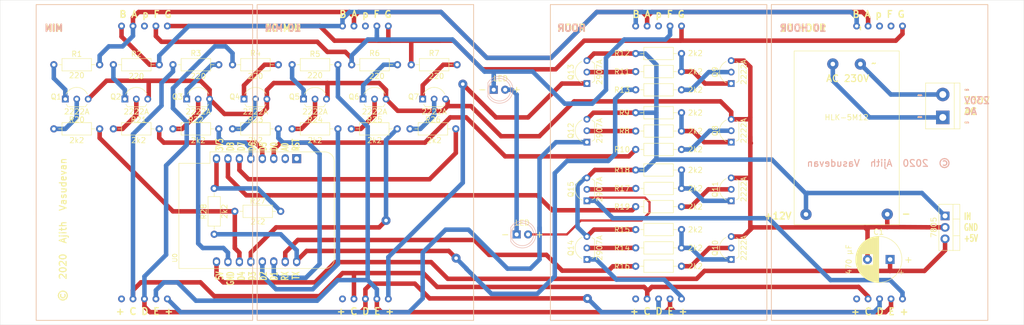
<source format=kicad_pcb>
(kicad_pcb (version 20171130) (host pcbnew 5.1.5-52549c5~84~ubuntu18.04.1)
  (layers (0 F.Cu signal) (31 B.Cu signal) (34 B.Paste user) (35 F.Paste user) (36 B.SilkS user) (37 F.SilkS user) (38 B.Mask user) (39 F.Mask user) (44 Edge.Cuts user))
  (net 0 "")
  (net 1 "Net-(D1-Pad2)")
  (net 2 "Net-(D1-Pad1)")
  (net 3 "Net-(D2-Pad1)")
  (net 4 "Net-(Q1-Pad1)")
  (net 5 GND)
  (net 6 "Net-(Q1-Pad2)")
  (net 7 "Net-(Q2-Pad1)")
  (net 8 "Net-(Q2-Pad2)")
  (net 9 "Net-(Q3-Pad1)")
  (net 10 "Net-(Q3-Pad2)")
  (net 11 "Net-(Q4-Pad1)")
  (net 12 "Net-(Q4-Pad2)")
  (net 13 "Net-(Q5-Pad1)")
  (net 14 "Net-(Q5-Pad2)")
  (net 15 "Net-(Q6-Pad1)")
  (net 16 "Net-(Q6-Pad2)")
  (net 17 "Net-(Q7-Pad1)")
  (net 18 "Net-(Q7-Pad2)")
  (net 19 "Net-(Q8-Pad1)")
  (net 20 "Net-(Q8-Pad2)")
  (net 21 "Net-(Q9-Pad1)")
  (net 22 "Net-(Q9-Pad2)")
  (net 23 "Net-(Q10-Pad1)")
  (net 24 "Net-(Q10-Pad2)")
  (net 25 "Net-(Q11-Pad1)")
  (net 26 "Net-(Q11-Pad2)")
  (net 27 +12V)
  (net 28 "Net-(Q12-Pad2)")
  (net 29 "Net-(Q13-Pad1)")
  (net 30 "Net-(Q13-Pad2)")
  (net 31 "Net-(Q14-Pad1)")
  (net 32 "Net-(Q14-Pad2)")
  (net 33 "Net-(Q15-Pad2)")
  (net 34 "Net-(R1-Pad2)")
  (net 35 "Net-(R2-Pad2)")
  (net 36 "Net-(R3-Pad2)")
  (net 37 "Net-(R4-Pad2)")
  (net 38 "Net-(R5-Pad2)")
  (net 39 "Net-(R7-Pad2)")
  (net 40 "Net-(R10-Pad1)")
  (net 41 "Net-(R13-Pad1)")
  (net 42 "Net-(R16-Pad1)")
  (net 43 "Net-(R19-Pad1)")
  (net 44 "Net-(R20-Pad1)")
  (net 45 "Net-(R21-Pad1)")
  (net 46 "Net-(R22-Pad1)")
  (net 47 "Net-(R23-Pad1)")
  (net 48 "Net-(R24-Pad1)")
  (net 49 "Net-(R25-Pad1)")
  (net 50 "Net-(R26-Pad1)")
  (net 51 "Net-(R27-Pad1)")
  (net 52 +5V)
  (net 53 "Net-(U0-Pad1)")
  (net 54 "Net-(U0-Pad2)")
  (net 55 "Net-(J1-Pad2)")
  (net 56 "Net-(J1-Pad1)")
  (net 57 "Net-(U1-Pad3)")
  (net 58 "Net-(U2-Pad3)")
  (net 59 "Net-(U3-Pad3)")
  (net 60 "Net-(U4-Pad3)")
  (net 61 "Net-(U4-Pad2)")
  (net 62 "Net-(Q12-Pad1)")
  (module MountingHole:MountingHole_3.2mm_M3 (layer F.Cu) (at 156.466025 42.922239)
    (fp_text reference "" (at 0 -4.2) (layer F.SilkS) (effects (font (size 1.2 1.2) (thickness 0.16))))
    (fp_text value MountingHole_3.2mm_M3 hide)
    (pad 1 np_thru_hole circle (at 0 0) (size 3.2 3.2) (drill 3.2) (layers *.Cu *.Mask))
  )
  (module WemosClock:WEMOS_D1_mini_3.0.0 (layer F.Cu) (at 108.712 73.152 270)
    (fp_text reference U0 (at 22 27 90) (layer F.SilkS))
    (fp_text value "WeMos D1 mini")
    (pad 16 thru_hole oval (at 22.86 0 270) (size 2 1.6) (drill 1) (layers *.Cu *.Mask) (net 41 "Net-(R13-Pad1)"))
    (pad 15 thru_hole oval (at 22.86 2.54 270) (size 2 1.6) (drill 1) (layers *.Cu *.Mask) (net 42 "Net-(R16-Pad1)"))
    (pad 14 thru_hole oval (at 22.86 5.08 270) (size 2 1.6) (drill 1) (layers *.Cu *.Mask) (net 47 "Net-(R23-Pad1)"))
    (pad 13 thru_hole oval (at 22.86 7.62 270) (size 2 1.6) (drill 1) (layers *.Cu *.Mask) (net 48 "Net-(R24-Pad1)"))
    (pad 12 thru_hole oval (at 22.86 10.16 270) (size 2 1.6) (drill 1) (layers *.Cu *.Mask) (net 49 "Net-(R25-Pad1)"))
    (pad 11 thru_hole oval (at 22.86 12.7 270) (size 2 1.6) (drill 1) (layers *.Cu *.Mask) (net 44 "Net-(R20-Pad1)"))
    (pad 10 thru_hole oval (at 22.86 15.24 270) (size 2 1.6) (drill 1) (layers *.Cu *.Mask) (net 5 GND))
    (pad 9 thru_hole oval (at 22.86 17.78 270) (size 2 1.6) (drill 1) (layers *.Cu *.Mask) (net 52 +5V))
    (pad 8 thru_hole oval (at 0 17.78 270) (size 2 1.6) (drill 1) (layers *.Cu *.Mask) (net 51 "Net-(R27-Pad1)"))
    (pad 7 thru_hole oval (at 0 15.24 270) (size 2 1.6) (drill 1) (layers *.Cu *.Mask) (net 43 "Net-(R19-Pad1)"))
    (pad 6 thru_hole oval (at 0 12.7 270) (size 2 1.6) (drill 1) (layers *.Cu *.Mask) (net 50 "Net-(R26-Pad1)"))
    (pad 5 thru_hole oval (at 0 10.16 270) (size 2 1.6) (drill 1) (layers *.Cu *.Mask) (net 46 "Net-(R22-Pad1)"))
    (pad 4 thru_hole oval (at 0 7.62 270) (size 2 1.6) (drill 1) (layers *.Cu *.Mask) (net 45 "Net-(R21-Pad1)"))
    (pad 3 thru_hole oval (at 0 5.08 270) (size 2 1.6) (drill 1) (layers *.Cu *.Mask) (net 40 "Net-(R10-Pad1)"))
    (pad 1 thru_hole rect (at 0 0 270) (size 2 2) (drill 1) (layers *.Cu *.Mask) (net 53 "Net-(U0-Pad1)"))
    (pad 2 thru_hole oval (at 0 2.54 270) (size 2 1.6) (drill 1) (layers *.Cu *.Mask) (net 54 "Net-(U0-Pad2)"))
  )
  (module WemosClock:2.3_in_7_seg_display (layer B.Cu) (at 237.954 74 180)
    (fp_text reference U4 hide)
    (fp_text value 2.3inch7SegmentDisplay hide)
    (pad 8 thru_hole circle (at 0 -30.25 180) (size 1.524 1.524) (drill 0.762) (layers *.Cu *.Mask) (net 37 "Net-(R4-Pad2)"))
    (pad 6 thru_hole circle (at 5.08 -30.25 180) (size 1.524 1.524) (drill 0.762) (layers *.Cu *.Mask))
    (pad 7 thru_hole circle (at 2.54 -30.25 180) (size 1.524 1.524) (drill 0.762) (layers *.Cu *.Mask) (net 36 "Net-(R3-Pad2)"))
    (pad 10 thru_hole circle (at -5.08 -30.25 180) (size 1.524 1.524) (drill 0.762) (layers *.Cu *.Mask) (net 1 "Net-(D1-Pad2)"))
    (pad 9 thru_hole circle (at -2.54 -30.25 180) (size 1.524 1.524) (drill 0.762) (layers *.Cu *.Mask) (net 38 "Net-(R5-Pad2)"))
    (pad 1 thru_hole circle (at -5.08 30.25 180) (size 1.524 1.524) (drill 0.762) (layers *.Cu *.Mask) (net 39 "Net-(R7-Pad2)"))
    (pad 2 thru_hole circle (at -2.54 30.25 180) (size 1.524 1.524) (drill 0.762) (layers *.Cu *.Mask) (net 61 "Net-(U4-Pad2)"))
    (pad 5 thru_hole circle (at 5.08 30.25 180) (size 1.524 1.524) (drill 0.762) (layers *.Cu *.Mask) (net 35 "Net-(R2-Pad2)"))
    (pad 4 thru_hole circle (at 2.54 30.25 180) (size 1.524 1.524) (drill 0.762) (layers *.Cu *.Mask) (net 34 "Net-(R1-Pad2)"))
    (pad 3 thru_hole circle (at 0 30.25 180) (size 1.524 1.524) (drill 0.762) (layers *.Cu *.Mask) (net 60 "Net-(U4-Pad3)"))
  )
  (module WemosClock:2.3_in_7_seg_display (layer B.Cu) (at 188.956 74 180)
    (fp_text reference U3 hide)
    (fp_text value 2.3inch7SegmentDisplay)
    (pad 8 thru_hole circle (at 0 -30.25 180) (size 1.524 1.524) (drill 0.762) (layers *.Cu *.Mask) (net 37 "Net-(R4-Pad2)"))
    (pad 6 thru_hole circle (at 5.08 -30.25 180) (size 1.524 1.524) (drill 0.762) (layers *.Cu *.Mask))
    (pad 7 thru_hole circle (at 2.54 -30.25 180) (size 1.524 1.524) (drill 0.762) (layers *.Cu *.Mask) (net 36 "Net-(R3-Pad2)"))
    (pad 10 thru_hole circle (at -5.08 -30.25 180) (size 1.524 1.524) (drill 0.762) (layers *.Cu *.Mask) (net 31 "Net-(Q14-Pad1)"))
    (pad 9 thru_hole circle (at -2.54 -30.25 180) (size 1.524 1.524) (drill 0.762) (layers *.Cu *.Mask) (net 38 "Net-(R5-Pad2)"))
    (pad 1 thru_hole circle (at -5.08 30.25 180) (size 1.524 1.524) (drill 0.762) (layers *.Cu *.Mask) (net 39 "Net-(R7-Pad2)"))
    (pad 2 thru_hole circle (at -2.54 30.25 180) (size 1.524 1.524) (drill 0.762) (layers *.Cu *.Mask) (net 3 "Net-(D2-Pad1)"))
    (pad 5 thru_hole circle (at 5.08 30.25 180) (size 1.524 1.524) (drill 0.762) (layers *.Cu *.Mask) (net 35 "Net-(R2-Pad2)"))
    (pad 4 thru_hole circle (at 2.54 30.25 180) (size 1.524 1.524) (drill 0.762) (layers *.Cu *.Mask) (net 34 "Net-(R1-Pad2)"))
    (pad 3 thru_hole circle (at 0 30.25 180) (size 1.524 1.524) (drill 0.762) (layers *.Cu *.Mask) (net 59 "Net-(U3-Pad3)"))
  )
  (module WemosClock:2.3_in_7_seg_display (layer B.Cu) (at 123.952 74 180)
    (fp_text reference U2 hide)
    (fp_text value 2.3inch7SegmentDisplay)
    (pad 8 thru_hole circle (at 0 -30.25 180) (size 1.524 1.524) (drill 0.762) (layers *.Cu *.Mask) (net 37 "Net-(R4-Pad2)"))
    (pad 6 thru_hole circle (at 5.08 -30.25 180) (size 1.524 1.524) (drill 0.762) (layers *.Cu *.Mask))
    (pad 7 thru_hole circle (at 2.54 -30.25 180) (size 1.524 1.524) (drill 0.762) (layers *.Cu *.Mask) (net 36 "Net-(R3-Pad2)"))
    (pad 10 thru_hole circle (at -5.08 -30.25 180) (size 1.524 1.524) (drill 0.762) (layers *.Cu *.Mask) (net 29 "Net-(Q13-Pad1)"))
    (pad 9 thru_hole circle (at -2.54 -30.25 180) (size 1.524 1.524) (drill 0.762) (layers *.Cu *.Mask) (net 38 "Net-(R5-Pad2)"))
    (pad 1 thru_hole circle (at -5.08 30.25 180) (size 1.524 1.524) (drill 0.762) (layers *.Cu *.Mask) (net 39 "Net-(R7-Pad2)"))
    (pad 2 thru_hole circle (at -2.54 30.25 180) (size 1.524 1.524) (drill 0.762) (layers *.Cu *.Mask) (net 3 "Net-(D2-Pad1)"))
    (pad 5 thru_hole circle (at 5.08 30.25 180) (size 1.524 1.524) (drill 0.762) (layers *.Cu *.Mask) (net 35 "Net-(R2-Pad2)"))
    (pad 4 thru_hole circle (at 2.54 30.25 180) (size 1.524 1.524) (drill 0.762) (layers *.Cu *.Mask) (net 34 "Net-(R1-Pad2)"))
    (pad 3 thru_hole circle (at 0 30.25 180) (size 1.524 1.524) (drill 0.762) (layers *.Cu *.Mask) (net 58 "Net-(U2-Pad3)"))
  )
  (module WemosClock:2.3_in_7_seg_display (layer B.Cu) (at 74.955 74 180)
    (fp_text reference U1 hide)
    (fp_text value 2.3inch7SegmentDisplay hide)
    (pad 8 thru_hole circle (at 0 -30.25 180) (size 1.524 1.524) (drill 0.762) (layers *.Cu *.Mask) (net 37 "Net-(R4-Pad2)"))
    (pad 6 thru_hole circle (at 5.08 -30.25 180) (size 1.524 1.524) (drill 0.762) (layers *.Cu *.Mask))
    (pad 7 thru_hole circle (at 2.54 -30.25 180) (size 1.524 1.524) (drill 0.762) (layers *.Cu *.Mask) (net 36 "Net-(R3-Pad2)"))
    (pad 10 thru_hole circle (at -5.08 -30.25 180) (size 1.524 1.524) (drill 0.762) (layers *.Cu *.Mask) (net 62 "Net-(Q12-Pad1)"))
    (pad 9 thru_hole circle (at -2.54 -30.25 180) (size 1.524 1.524) (drill 0.762) (layers *.Cu *.Mask) (net 38 "Net-(R5-Pad2)"))
    (pad 1 thru_hole circle (at -5.08 30.25 180) (size 1.524 1.524) (drill 0.762) (layers *.Cu *.Mask) (net 39 "Net-(R7-Pad2)"))
    (pad 2 thru_hole circle (at -2.54 30.25 180) (size 1.524 1.524) (drill 0.762) (layers *.Cu *.Mask) (net 3 "Net-(D2-Pad1)"))
    (pad 5 thru_hole circle (at 5.08 30.25 180) (size 1.524 1.524) (drill 0.762) (layers *.Cu *.Mask) (net 35 "Net-(R2-Pad2)"))
    (pad 4 thru_hole circle (at 2.54 30.25 180) (size 1.524 1.524) (drill 0.762) (layers *.Cu *.Mask) (net 34 "Net-(R1-Pad2)"))
    (pad 3 thru_hole circle (at 0 30.25 180) (size 1.524 1.524) (drill 0.762) (layers *.Cu *.Mask) (net 57 "Net-(U1-Pad3)"))
  )
  (module WemosClock:TerminalBlock_bornier-2_P5.08mm (layer F.Cu) (at 251.968 64.008 90)
    (fp_text reference J1 hide)
    (fp_text value Screw_Terminal_01x02 hide)
    (pad 2 thru_hole circle (at 5.08 0 90) (size 3 3) (drill 1.52) (layers *.Cu *.Mask) (net 55 "Net-(J1-Pad2)"))
    (pad 1 thru_hole rect (at 0 0 90) (size 3 3) (drill 1.52) (layers *.Cu *.Mask) (net 56 "Net-(J1-Pad1)"))
  )
  (module WemosClock:HLK-5M12 (layer F.Cu) (at 242.316 49.276 270)
    (fp_text reference PS1 hide)
    (fp_text value HLK-5M12 (at 14.732 11.684 180) (layer F.SilkS) (effects (font (size 1.2 1.2) (thickness 0.16))))
    (fp_text user "AC 230V" (at 6.096 11.43) (layer F.SilkS) (effects (font (size 1.5 1.5) (thickness 0.25))))
    (fp_text user +12V (at 36.576 26.924 180) (layer F.SilkS) (effects (font (size 1.5 1.5) (thickness 0.3))))
    (fp_text user - (at 36.068 -1.524 180) (layer F.SilkS) (effects (font (size 1.5 1.5) (thickness 0.3))))
    (fp_text user ~~ (at 2.715396 5.619181 180) (layer F.SilkS) (effects (font (size 1.5 1.5) (thickness 0.25))))
    (fp_text user ~~ (at -5.08 8.673672 90) (layer F.SilkS) (effects (font (size 1.5 1.5) (thickness 0.25))))
    (pad 1 thru_hole circle (at 2.906401 8.61728 270) (size 2.5 2.5) (drill 1) (layers *.Cu *.Mask) (net 55 "Net-(J1-Pad2)"))
    (pad 2 thru_hole circle (at 2.887748 14.72737 270) (size 2.5 2.5) (drill 1) (layers *.Cu *.Mask) (net 56 "Net-(J1-Pad1)"))
    (pad 3 thru_hole circle (at 36.20645 2.661093 270) (size 2.5 2.5) (drill 1) (layers *.Cu *.Mask) (net 5 GND))
    (pad 4 thru_hole circle (at 36.224519 20.677061 270) (size 2.5 2.5) (drill 1) (layers *.Cu *.Mask) (net 27 +12V))
  )
  (module Connector_Wire:SolderWirePad_1x01_Drill0.8mm (layer F.Cu) (at 145.548236 56.630451)
    (fp_text reference REF** hide)
    (fp_text value SolderWirePad_1x01_Drill0.8mm hide)
    (pad 1 thru_hole circle (at 0 0) (size 1.99898 1.99898) (drill 0.8001) (layers *.Cu *.Mask))
  )
  (module Connector_Wire:SolderWirePad_1x01_Drill0.8mm (layer F.Cu) (at 173.181982 104.16722)
    (fp_text reference REF** hide)
    (fp_text value SolderWirePad_1x01_Drill0.8mm hide)
    (pad 1 thru_hole circle (at 0 0) (size 1.99898 1.99898) (drill 0.8001) (layers *.Cu *.Mask))
  )
  (module Connector_Wire:SolderWirePad_1x01_Drill0.8mm (layer F.Cu) (at 144.060461 95.218829)
    (fp_text reference REF** hide)
    (fp_text value SolderWirePad_1x01_Drill0.8mm hide)
    (pad 1 thru_hole circle (at 0 0) (size 1.99898 1.99898) (drill 0.8001) (layers *.Cu *.Mask))
  )
  (module Connector_Wire:SolderWirePad_1x01_Drill0.8mm (layer F.Cu) (at 128.524 86.868)
    (fp_text reference REF** hide)
    (fp_text value SolderWirePad_1x01_Drill0.8mm hide)
    (pad 1 thru_hole circle (at 0 0) (size 1.99898 1.99898) (drill 0.8001) (layers *.Cu *.Mask))
  )
  (module MountingHole:MountingHole_3.2mm_M3 (layer F.Cu) (at 265.880017 100.054664)
    (fp_text reference "" (at 0 -4.2) (layer F.SilkS) (effects (font (size 1.2 1.2) (thickness 0.16))))
    (fp_text value MountingHole_3.2mm_M3 hide)
    (pad 1 np_thru_hole circle (at 0 0) (size 3.2 3.2) (drill 3.2) (layers *.Cu *.Mask))
  )
  (module MountingHole:MountingHole_3.2mm_M3 (layer F.Cu) (at 265.838843 48.047549)
    (fp_text reference "" (at 0 -4.2) (layer F.SilkS) (effects (font (size 1.2 1.2) (thickness 0.16))))
    (fp_text value MountingHole_3.2mm_M3 hide)
    (pad 1 np_thru_hole circle (at 0 0) (size 3.2 3.2) (drill 3.2) (layers *.Cu *.Mask))
  )
  (module MountingHole:MountingHole_3.2mm_M3 (layer F.Cu) (at 46.913286 48.019571)
    (fp_text reference "" (at 0 -4.2) (layer F.SilkS) (effects (font (size 1.2 1.2) (thickness 0.16))))
    (fp_text value MountingHole_3.2mm_M3 hide)
    (pad 1 np_thru_hole circle (at 0 0) (size 3.2 3.2) (drill 3.2) (layers *.Cu *.Mask))
  )
  (module MountingHole:MountingHole_3.2mm_M3 (layer F.Cu) (at 46.95446 100.026686)
    (fp_text reference "" (at 0 -4.2) (layer F.SilkS) (effects (font (size 1.2 1.2) (thickness 0.16))))
    (fp_text value MountingHole_3.2mm_M3 hide)
    (pad 1 np_thru_hole circle (at 0 0) (size 3.2 3.2) (drill 3.2) (layers *.Cu *.Mask))
  )
  (module Package_TO_SOT_THT:TO-220-3_Vertical (layer F.Cu) (at 252.476 85.852 270)
    (fp_text reference U5 hide)
    (fp_text value 7805 (at 2.54 2.5 90) (layer F.SilkS) (effects (font (size 1.2 1.2) (thickness 0.16))))
    (pad 1 thru_hole rect (at 0 0 270) (size 1.905 2) (drill 1.1) (layers *.Cu *.Mask) (net 27 +12V))
    (pad 2 thru_hole oval (at 2.54 0 270) (size 1.905 2) (drill 1.1) (layers *.Cu *.Mask) (net 5 GND))
    (pad 3 thru_hole oval (at 5.08 0 270) (size 1.905 2) (drill 1.1) (layers *.Cu *.Mask) (net 52 +5V))
  )
  (module Capacitor_THT:CP_Radial_D10.0mm_P5.00mm (layer F.Cu) (at 240.284 95.504 180)
    (fp_text reference C1 (at 2.54 6.096) (layer F.SilkS) (effects (font (size 1.2 1.2) (thickness 0.16))))
    (fp_text value "470 μF" (at 9.144 0 270) (layer F.SilkS) (effects (font (size 1.2 1.2) (thickness 0.16))))
    (pad 2 thru_hole circle (at 5 0 180) (size 2 2) (drill 1) (layers *.Cu *.Mask) (net 5 GND))
    (pad 1 thru_hole rect (at 0 0 180) (size 2 2) (drill 1) (layers *.Cu *.Mask) (net 52 +5V))
  )
  (module Resistor_THT:R_Axial_DIN0207_L6.3mm_D2.5mm_P10.16mm_Horizontal (layer F.Cu) (at 90.424 79.756 270)
    (fp_text reference R28 (at 5.137166 2.328226 90) (layer F.SilkS) (effects (font (size 1.2 1.2) (thickness 0.16))))
    (fp_text value 2k2 (at 5.090393 -2.30224 90) (layer F.SilkS) (effects (font (size 1.2 1.2) (thickness 0.16))))
    (pad 2 thru_hole oval (at 10.16 0 270) (size 1.6 1.6) (drill 0.8) (layers *.Cu *.Mask) (net 41 "Net-(R13-Pad1)"))
    (pad 1 thru_hole circle (at 0 0 270) (size 1.6 1.6) (drill 0.8) (layers *.Cu *.Mask) (net 51 "Net-(R27-Pad1)"))
  )
  (module Resistor_THT:R_Axial_DIN0207_L6.3mm_D2.5mm_P10.16mm_Horizontal (layer F.Cu) (at 105.156 84.836 180)
    (fp_text reference R27 (at 5.086495 2.281454) (layer F.SilkS) (effects (font (size 1.2 1.2) (thickness 0.16))))
    (fp_text value 2k2 (at 5.039722 -2.30224) (layer F.SilkS) (effects (font (size 1.2 1.2) (thickness 0.16))))
    (pad 2 thru_hole oval (at 10.16 0 180) (size 1.6 1.6) (drill 0.8) (layers *.Cu *.Mask) (net 44 "Net-(R20-Pad1)"))
    (pad 1 thru_hole circle (at 0 0 180) (size 1.6 1.6) (drill 0.8) (layers *.Cu *.Mask) (net 51 "Net-(R27-Pad1)"))
  )
  (module Resistor_THT:R_Axial_DIN0207_L6.3mm_D2.5mm_P10.16mm_Horizontal (layer F.Cu) (at 144 66.548 180)
    (fp_text reference R26 (at 5.08 2.032) (layer F.SilkS) (effects (font (size 1.2 1.2) (thickness 0.16))))
    (fp_text value 2k2 (at 4.808 -2.54) (layer F.SilkS) (effects (font (size 1.2 1.2) (thickness 0.16))))
    (pad 2 thru_hole oval (at 10.16 0 180) (size 1.6 1.6) (drill 0.8) (layers *.Cu *.Mask) (net 18 "Net-(Q7-Pad2)"))
    (pad 1 thru_hole circle (at 0 0 180) (size 1.6 1.6) (drill 0.8) (layers *.Cu *.Mask) (net 50 "Net-(R26-Pad1)"))
  )
  (module Resistor_THT:R_Axial_DIN0207_L6.3mm_D2.5mm_P10.16mm_Horizontal (layer F.Cu) (at 131 66.548 180)
    (fp_text reference R25 (at 5.016 2.032) (layer F.SilkS) (effects (font (size 1.2 1.2) (thickness 0.16))))
    (fp_text value 2k2 (at 5.016 -2.54) (layer F.SilkS) (effects (font (size 1.2 1.2) (thickness 0.16))))
    (pad 2 thru_hole oval (at 10.16 0 180) (size 1.6 1.6) (drill 0.8) (layers *.Cu *.Mask) (net 16 "Net-(Q6-Pad2)"))
    (pad 1 thru_hole circle (at 0 0 180) (size 1.6 1.6) (drill 0.8) (layers *.Cu *.Mask) (net 49 "Net-(R25-Pad1)"))
  )
  (module Resistor_THT:R_Axial_DIN0207_L6.3mm_D2.5mm_P10.16mm_Horizontal (layer F.Cu) (at 117.856 66.548 180)
    (fp_text reference R24 (at 5.08 2.032) (layer F.SilkS) (effects (font (size 1.2 1.2) (thickness 0.16))))
    (fp_text value 2k2 (at 5.08 -2.54) (layer F.SilkS) (effects (font (size 1.2 1.2) (thickness 0.16))))
    (pad 2 thru_hole oval (at 10.16 0 180) (size 1.6 1.6) (drill 0.8) (layers *.Cu *.Mask) (net 14 "Net-(Q5-Pad2)"))
    (pad 1 thru_hole circle (at 0 0 180) (size 1.6 1.6) (drill 0.8) (layers *.Cu *.Mask) (net 48 "Net-(R24-Pad1)"))
  )
  (module Resistor_THT:R_Axial_DIN0207_L6.3mm_D2.5mm_P10.16mm_Horizontal (layer F.Cu) (at 104.648 66.548 180)
    (fp_text reference R23 (at 5.08 2.032) (layer F.SilkS) (effects (font (size 1.2 1.2) (thickness 0.16))))
    (fp_text value 2k2 (at 5.08 -2.54) (layer F.SilkS) (effects (font (size 1.2 1.2) (thickness 0.16))))
    (pad 2 thru_hole oval (at 10.16 0 180) (size 1.6 1.6) (drill 0.8) (layers *.Cu *.Mask) (net 12 "Net-(Q4-Pad2)"))
    (pad 1 thru_hole circle (at 0 0 180) (size 1.6 1.6) (drill 0.8) (layers *.Cu *.Mask) (net 47 "Net-(R23-Pad1)"))
  )
  (module Resistor_THT:R_Axial_DIN0207_L6.3mm_D2.5mm_P10.16mm_Horizontal (layer F.Cu) (at 91.44 66.548 180)
    (fp_text reference R22 (at 5.08 2.032) (layer F.SilkS) (effects (font (size 1.2 1.2) (thickness 0.16))))
    (fp_text value 2k2 (at 4.572 -2.54) (layer F.SilkS) (effects (font (size 1.2 1.2) (thickness 0.16))))
    (pad 2 thru_hole oval (at 10.16 0 180) (size 1.6 1.6) (drill 0.8) (layers *.Cu *.Mask) (net 10 "Net-(Q3-Pad2)"))
    (pad 1 thru_hole circle (at 0 0 180) (size 1.6 1.6) (drill 0.8) (layers *.Cu *.Mask) (net 46 "Net-(R22-Pad1)"))
  )
  (module Resistor_THT:R_Axial_DIN0207_L6.3mm_D2.5mm_P10.16mm_Horizontal (layer F.Cu) (at 78.232 66.548 180)
    (fp_text reference R21 (at 4.572 2.032) (layer F.SilkS) (effects (font (size 1.2 1.2) (thickness 0.16))))
    (fp_text value 2k2 (at 4.572 -2.54) (layer F.SilkS) (effects (font (size 1.2 1.2) (thickness 0.16))))
    (pad 2 thru_hole oval (at 10.16 0 180) (size 1.6 1.6) (drill 0.8) (layers *.Cu *.Mask) (net 8 "Net-(Q2-Pad2)"))
    (pad 1 thru_hole circle (at 0 0 180) (size 1.6 1.6) (drill 0.8) (layers *.Cu *.Mask) (net 45 "Net-(R21-Pad1)"))
  )
  (module Resistor_THT:R_Axial_DIN0207_L6.3mm_D2.5mm_P10.16mm_Horizontal (layer F.Cu) (at 65.024 66.548 180)
    (fp_text reference R20 (at 5.08 2.032) (layer F.SilkS) (effects (font (size 1.2 1.2) (thickness 0.16))))
    (fp_text value 2k2 (at 5.08 -2.54) (layer F.SilkS) (effects (font (size 1.2 1.2) (thickness 0.16))))
    (pad 2 thru_hole oval (at 10.16 0 180) (size 1.6 1.6) (drill 0.8) (layers *.Cu *.Mask) (net 6 "Net-(Q1-Pad2)"))
    (pad 1 thru_hole circle (at 0 0 180) (size 1.6 1.6) (drill 0.8) (layers *.Cu *.Mask) (net 44 "Net-(R20-Pad1)"))
  )
  (module Resistor_THT:R_Axial_DIN0207_L6.3mm_D2.5mm_P10.16mm_Horizontal (layer F.Cu) (at 183.876 83.796)
    (fp_text reference R19 (at -3.028 0.024) (layer F.SilkS) (effects (font (size 1.2 1.2) (thickness 0.16))))
    (fp_text value 2k2 (at 13.228 0.024) (layer F.SilkS) (effects (font (size 1.2 1.2) (thickness 0.16))))
    (pad 2 thru_hole oval (at 10.16 0) (size 1.6 1.6) (drill 0.8) (layers *.Cu *.Mask) (net 26 "Net-(Q11-Pad2)"))
    (pad 1 thru_hole circle (at 0 0) (size 1.6 1.6) (drill 0.8) (layers *.Cu *.Mask) (net 43 "Net-(R19-Pad1)"))
  )
  (module Resistor_THT:R_Axial_DIN0207_L6.3mm_D2.5mm_P10.16mm_Horizontal (layer F.Cu) (at 194.036 75.668 180)
    (fp_text reference R18 (at 13.188 -0.024) (layer F.SilkS) (effects (font (size 1.2 1.2) (thickness 0.16))))
    (fp_text value 2k2 (at -3.068 -0.024) (layer F.SilkS) (effects (font (size 1.2 1.2) (thickness 0.16))))
    (pad 2 thru_hole oval (at 10.16 0 180) (size 1.6 1.6) (drill 0.8) (layers *.Cu *.Mask) (net 27 +12V))
    (pad 1 thru_hole circle (at 0 0 180) (size 1.6 1.6) (drill 0.8) (layers *.Cu *.Mask) (net 25 "Net-(Q11-Pad1)"))
  )
  (module Resistor_THT:R_Axial_DIN0207_L6.3mm_D2.5mm_P10.16mm_Horizontal (layer F.Cu) (at 194.056 79.756 180)
    (fp_text reference R17 (at 13.208 0) (layer F.SilkS) (effects (font (size 1.2 1.2) (thickness 0.16))))
    (fp_text value 2k2 (at -3.048 0) (layer F.SilkS) (effects (font (size 1.2 1.2) (thickness 0.16))))
    (pad 2 thru_hole oval (at 10.16 0 180) (size 1.6 1.6) (drill 0.8) (layers *.Cu *.Mask) (net 33 "Net-(Q15-Pad2)"))
    (pad 1 thru_hole circle (at 0 0 180) (size 1.6 1.6) (drill 0.8) (layers *.Cu *.Mask) (net 25 "Net-(Q11-Pad1)"))
  )
  (module Resistor_THT:R_Axial_DIN0207_L6.3mm_D2.5mm_P10.16mm_Horizontal (layer F.Cu) (at 183.876 97.004)
    (fp_text reference R16 (at -3.028 0.024) (layer F.SilkS) (effects (font (size 1.2 1.2) (thickness 0.16))))
    (fp_text value 2k2 (at 13.228 0.024) (layer F.SilkS) (effects (font (size 1.2 1.2) (thickness 0.16))))
    (pad 2 thru_hole oval (at 10.16 0) (size 1.6 1.6) (drill 0.8) (layers *.Cu *.Mask) (net 24 "Net-(Q10-Pad2)"))
    (pad 1 thru_hole circle (at 0 0) (size 1.6 1.6) (drill 0.8) (layers *.Cu *.Mask) (net 42 "Net-(R16-Pad1)"))
  )
  (module Resistor_THT:R_Axial_DIN0207_L6.3mm_D2.5mm_P10.16mm_Horizontal (layer F.Cu) (at 194.036 88.876 180)
    (fp_text reference R15 (at 13.188 -0.024) (layer F.SilkS) (effects (font (size 1.2 1.2) (thickness 0.16))))
    (fp_text value 2k2 (at -3.068 -0.024) (layer F.SilkS) (effects (font (size 1.2 1.2) (thickness 0.16))))
    (pad 2 thru_hole oval (at 10.16 0 180) (size 1.6 1.6) (drill 0.8) (layers *.Cu *.Mask) (net 27 +12V))
    (pad 1 thru_hole circle (at 0 0 180) (size 1.6 1.6) (drill 0.8) (layers *.Cu *.Mask) (net 23 "Net-(Q10-Pad1)"))
  )
  (module Resistor_THT:R_Axial_DIN0207_L6.3mm_D2.5mm_P10.16mm_Horizontal (layer F.Cu) (at 194.036 92.94 180)
    (fp_text reference R14 (at 13.188 -0.024) (layer F.SilkS) (effects (font (size 1.2 1.2) (thickness 0.16))))
    (fp_text value 2k2 (at -3.068 -0.024) (layer F.SilkS) (effects (font (size 1.2 1.2) (thickness 0.16))))
    (pad 2 thru_hole oval (at 10.16 0 180) (size 1.6 1.6) (drill 0.8) (layers *.Cu *.Mask) (net 32 "Net-(Q14-Pad2)"))
    (pad 1 thru_hole circle (at 0 0 180) (size 1.6 1.6) (drill 0.8) (layers *.Cu *.Mask) (net 23 "Net-(Q10-Pad1)"))
  )
  (module Resistor_THT:R_Axial_DIN0207_L6.3mm_D2.5mm_P10.16mm_Horizontal (layer F.Cu) (at 183.876 57.888)
    (fp_text reference R13 (at -3.028 0.024) (layer F.SilkS) (effects (font (size 1.2 1.2) (thickness 0.16))))
    (fp_text value 2k2 (at 13.228 0.024) (layer F.SilkS) (effects (font (size 1.2 1.2) (thickness 0.16))))
    (pad 2 thru_hole oval (at 10.16 0) (size 1.6 1.6) (drill 0.8) (layers *.Cu *.Mask) (net 22 "Net-(Q9-Pad2)"))
    (pad 1 thru_hole circle (at 0 0) (size 1.6 1.6) (drill 0.8) (layers *.Cu *.Mask) (net 41 "Net-(R13-Pad1)"))
  )
  (module Resistor_THT:R_Axial_DIN0207_L6.3mm_D2.5mm_P10.16mm_Horizontal (layer F.Cu) (at 194.036 49.848 180)
    (fp_text reference R12 (at 13.188 0.064) (layer F.SilkS) (effects (font (size 1.2 1.2) (thickness 0.16))))
    (fp_text value 2k2 (at -3.068 0.064) (layer F.SilkS) (effects (font (size 1.2 1.2) (thickness 0.16))))
    (pad 2 thru_hole oval (at 10.16 0 180) (size 1.6 1.6) (drill 0.8) (layers *.Cu *.Mask) (net 27 +12V))
    (pad 1 thru_hole circle (at 0 0 180) (size 1.6 1.6) (drill 0.8) (layers *.Cu *.Mask) (net 21 "Net-(Q9-Pad1)"))
  )
  (module Resistor_THT:R_Axial_DIN0207_L6.3mm_D2.5mm_P10.16mm_Horizontal (layer F.Cu) (at 194.036 53.848 180)
    (fp_text reference R11 (at 13.188 0) (layer F.SilkS) (effects (font (size 1.2 1.2) (thickness 0.16))))
    (fp_text value 2k2 (at -3.068 0) (layer F.SilkS) (effects (font (size 1.2 1.2) (thickness 0.16))))
    (pad 2 thru_hole oval (at 10.16 0 180) (size 1.6 1.6) (drill 0.8) (layers *.Cu *.Mask) (net 30 "Net-(Q13-Pad2)"))
    (pad 1 thru_hole circle (at 0 0 180) (size 1.6 1.6) (drill 0.8) (layers *.Cu *.Mask) (net 21 "Net-(Q9-Pad1)"))
  )
  (module Resistor_THT:R_Axial_DIN0207_L6.3mm_D2.5mm_P10.16mm_Horizontal (layer F.Cu) (at 183.876 71.12)
    (fp_text reference R10 (at -3.028 0) (layer F.SilkS) (effects (font (size 1.2 1.2) (thickness 0.16))))
    (fp_text value 2k2 (at 13.228 0) (layer F.SilkS) (effects (font (size 1.2 1.2) (thickness 0.16))))
    (pad 2 thru_hole oval (at 10.16 0) (size 1.6 1.6) (drill 0.8) (layers *.Cu *.Mask) (net 20 "Net-(Q8-Pad2)"))
    (pad 1 thru_hole circle (at 0 0) (size 1.6 1.6) (drill 0.8) (layers *.Cu *.Mask) (net 40 "Net-(R10-Pad1)"))
  )
  (module Resistor_THT:R_Axial_DIN0207_L6.3mm_D2.5mm_P10.16mm_Horizontal (layer F.Cu) (at 194.036 62.968 180)
    (fp_text reference R9 (at 12.68 -0.024) (layer F.SilkS) (effects (font (size 1.2 1.2) (thickness 0.16))))
    (fp_text value 2k2 (at -3.068 -0.024) (layer F.SilkS) (effects (font (size 1.2 1.2) (thickness 0.16))))
    (pad 2 thru_hole oval (at 10.16 0 180) (size 1.6 1.6) (drill 0.8) (layers *.Cu *.Mask) (net 27 +12V))
    (pad 1 thru_hole circle (at 0 0 180) (size 1.6 1.6) (drill 0.8) (layers *.Cu *.Mask) (net 19 "Net-(Q8-Pad1)"))
  )
  (module Resistor_THT:R_Axial_DIN0207_L6.3mm_D2.5mm_P10.16mm_Horizontal (layer F.Cu) (at 194.036 67.032 180)
    (fp_text reference R8 (at 12.68 -0.024) (layer F.SilkS) (effects (font (size 1.2 1.2) (thickness 0.16))))
    (fp_text value 2k2 (at -3.068 -0.024) (layer F.SilkS) (effects (font (size 1.2 1.2) (thickness 0.16))))
    (pad 2 thru_hole oval (at 10.16 0 180) (size 1.6 1.6) (drill 0.8) (layers *.Cu *.Mask) (net 28 "Net-(Q12-Pad2)"))
    (pad 1 thru_hole circle (at 0 0 180) (size 1.6 1.6) (drill 0.8) (layers *.Cu *.Mask) (net 19 "Net-(Q8-Pad1)"))
  )
  (module Resistor_THT:R_Axial_DIN0207_L6.3mm_D2.5mm_P10.16mm_Horizontal (layer F.Cu) (at 144.272 52.324 180)
    (fp_text reference R7 (at 5.08 2.54) (layer F.SilkS) (effects (font (size 1.2 1.2) (thickness 0.16))))
    (fp_text value 220 (at 4.572 -2.54) (layer F.SilkS) (effects (font (size 1.2 1.2) (thickness 0.16))))
    (pad 1 thru_hole circle (at 0 0 180) (size 1.6 1.6) (drill 0.8) (layers *.Cu *.Mask) (net 17 "Net-(Q7-Pad1)"))
    (pad 2 thru_hole oval (at 10.16 0 180) (size 1.6 1.6) (drill 0.8) (layers *.Cu *.Mask) (net 39 "Net-(R7-Pad2)"))
  )
  (module Resistor_THT:R_Axial_DIN0207_L6.3mm_D2.5mm_P10.16mm_Horizontal (layer F.Cu) (at 131.064 52.324 180)
    (fp_text reference R6 (at 5.08 2.54) (layer F.SilkS) (effects (font (size 1.2 1.2) (thickness 0.16))))
    (fp_text value 220 (at 4.572 -2.54) (layer F.SilkS) (effects (font (size 1.2 1.2) (thickness 0.16))))
    (pad 2 thru_hole oval (at 10.16 0 180) (size 1.6 1.6) (drill 0.8) (layers *.Cu *.Mask) (net 3 "Net-(D2-Pad1)"))
    (pad 1 thru_hole circle (at 0 0 180) (size 1.6 1.6) (drill 0.8) (layers *.Cu *.Mask) (net 15 "Net-(Q6-Pad1)"))
  )
  (module Resistor_THT:R_Axial_DIN0207_L6.3mm_D2.5mm_P10.16mm_Horizontal (layer F.Cu) (at 107.696 52.324)
    (fp_text reference R5 (at 5.08 -2.37) (layer F.SilkS) (effects (font (size 1.2 1.2) (thickness 0.16))))
    (fp_text value 220 (at 5.08 2.37) (layer F.SilkS) (effects (font (size 1.2 1.2) (thickness 0.16))))
    (pad 2 thru_hole oval (at 10.16 0) (size 1.6 1.6) (drill 0.8) (layers *.Cu *.Mask) (net 38 "Net-(R5-Pad2)"))
    (pad 1 thru_hole circle (at 0 0) (size 1.6 1.6) (drill 0.8) (layers *.Cu *.Mask) (net 13 "Net-(Q5-Pad1)"))
  )
  (module Resistor_THT:R_Axial_DIN0207_L6.3mm_D2.5mm_P10.16mm_Horizontal (layer F.Cu) (at 104.648 52.324 180)
    (fp_text reference R4 (at 5.08 2.54) (layer F.SilkS) (effects (font (size 1.2 1.2) (thickness 0.16))))
    (fp_text value 220 (at 5.08 -2.54) (layer F.SilkS) (effects (font (size 1.2 1.2) (thickness 0.16))))
    (pad 2 thru_hole oval (at 10.16 0 180) (size 1.6 1.6) (drill 0.8) (layers *.Cu *.Mask) (net 37 "Net-(R4-Pad2)"))
    (pad 1 thru_hole circle (at 0 0 180) (size 1.6 1.6) (drill 0.8) (layers *.Cu *.Mask) (net 11 "Net-(Q4-Pad1)"))
  )
  (module Resistor_THT:R_Axial_DIN0207_L6.3mm_D2.5mm_P10.16mm_Horizontal (layer F.Cu) (at 91.44 52.324 180)
    (fp_text reference R3 (at 5.08 2.54) (layer F.SilkS) (effects (font (size 1.2 1.2) (thickness 0.16))))
    (fp_text value 220 (at 4.572 -2.54) (layer F.SilkS) (effects (font (size 1.2 1.2) (thickness 0.16))))
    (pad 2 thru_hole oval (at 10.16 0 180) (size 1.6 1.6) (drill 0.8) (layers *.Cu *.Mask) (net 36 "Net-(R3-Pad2)"))
    (pad 1 thru_hole circle (at 0 0 180) (size 1.6 1.6) (drill 0.8) (layers *.Cu *.Mask) (net 9 "Net-(Q3-Pad1)"))
  )
  (module Resistor_THT:R_Axial_DIN0207_L6.3mm_D2.5mm_P10.16mm_Horizontal (layer F.Cu) (at 68.072 52.324)
    (fp_text reference R2 (at 5.08 -2.37) (layer F.SilkS) (effects (font (size 1.2 1.2) (thickness 0.16))))
    (fp_text value 220 (at 5.08 2.54) (layer F.SilkS) (effects (font (size 1.2 1.2) (thickness 0.16))))
    (pad 2 thru_hole oval (at 10.16 0) (size 1.6 1.6) (drill 0.8) (layers *.Cu *.Mask) (net 35 "Net-(R2-Pad2)"))
    (pad 1 thru_hole circle (at 0 0) (size 1.6 1.6) (drill 0.8) (layers *.Cu *.Mask) (net 7 "Net-(Q2-Pad1)"))
  )
  (module Resistor_THT:R_Axial_DIN0207_L6.3mm_D2.5mm_P10.16mm_Horizontal (layer F.Cu) (at 54.864 52.324)
    (fp_text reference R1 (at 5.08 -2.37) (layer F.SilkS) (effects (font (size 1.2 1.2) (thickness 0.16))))
    (fp_text value 220 (at 5.08 2.37) (layer F.SilkS) (effects (font (size 1.2 1.2) (thickness 0.16))))
    (pad 1 thru_hole circle (at 0 0) (size 1.6 1.6) (drill 0.8) (layers *.Cu *.Mask) (net 4 "Net-(Q1-Pad1)"))
    (pad 2 thru_hole oval (at 10.16 0) (size 1.6 1.6) (drill 0.8) (layers *.Cu *.Mask) (net 34 "Net-(R1-Pad2)"))
  )
  (module Package_TO_SOT_THT:TO-92L_Inline_Wide (layer F.Cu) (at 173.06 82.5 90)
    (fp_text reference Q15 (at 2.54 -3.56 90) (layer F.SilkS) (effects (font (size 1.2 1.2) (thickness 0.16))))
    (fp_text value 2907A (at 2.54 2.79 90) (layer F.SilkS) (effects (font (size 1.2 1.2) (thickness 0.16))))
    (pad 1 thru_hole rect (at 0 0 180) (size 1.5 1.5) (drill 0.8) (layers *.Cu *.Mask) (net 1 "Net-(D1-Pad2)"))
    (pad 3 thru_hole circle (at 5.08 0 180) (size 1.5 1.5) (drill 0.8) (layers *.Cu *.Mask) (net 27 +12V))
    (pad 2 thru_hole circle (at 2.54 0 180) (size 1.5 1.5) (drill 0.8) (layers *.Cu *.Mask) (net 33 "Net-(Q15-Pad2)"))
  )
  (module Package_TO_SOT_THT:TO-92L_Inline_Wide (layer F.Cu) (at 173.06 95.5 90)
    (fp_text reference Q14 (at 2.54 -3.56 90) (layer F.SilkS) (effects (font (size 1.2 1.2) (thickness 0.16))))
    (fp_text value 2907A (at 2.54 2.79 90) (layer F.SilkS) (effects (font (size 1.2 1.2) (thickness 0.16))))
    (pad 1 thru_hole rect (at 0 0 180) (size 1.5 1.5) (drill 0.8) (layers *.Cu *.Mask) (net 31 "Net-(Q14-Pad1)"))
    (pad 3 thru_hole circle (at 5.08 0 180) (size 1.5 1.5) (drill 0.8) (layers *.Cu *.Mask) (net 27 +12V))
    (pad 2 thru_hole circle (at 2.54 0 180) (size 1.5 1.5) (drill 0.8) (layers *.Cu *.Mask) (net 32 "Net-(Q14-Pad2)"))
  )
  (module Package_TO_SOT_THT:TO-92L_Inline_Wide (layer F.Cu) (at 173.06 56.5 90)
    (fp_text reference Q13 (at 2.54 -3.56 90) (layer F.SilkS) (effects (font (size 1.2 1.2) (thickness 0.16))))
    (fp_text value 2907A (at 2.54 2.79 90) (layer F.SilkS) (effects (font (size 1.2 1.2) (thickness 0.16))))
    (pad 1 thru_hole rect (at 0 0 180) (size 1.5 1.5) (drill 0.8) (layers *.Cu *.Mask) (net 29 "Net-(Q13-Pad1)"))
    (pad 3 thru_hole circle (at 5.08 0 180) (size 1.5 1.5) (drill 0.8) (layers *.Cu *.Mask) (net 27 +12V))
    (pad 2 thru_hole circle (at 2.54 0 180) (size 1.5 1.5) (drill 0.8) (layers *.Cu *.Mask) (net 30 "Net-(Q13-Pad2)"))
  )
  (module Package_TO_SOT_THT:TO-92L_Inline_Wide (layer F.Cu) (at 173.06 69.5 90)
    (fp_text reference Q12 (at 2.54 -3.56 90) (layer F.SilkS) (effects (font (size 1.2 1.2) (thickness 0.16))))
    (fp_text value 2907A (at 2.54 2.79 90) (layer F.SilkS) (effects (font (size 1.2 1.2) (thickness 0.16))))
    (pad 1 thru_hole rect (at 0 0 180) (size 1.5 1.5) (drill 0.8) (layers *.Cu *.Mask) (net 62 "Net-(Q12-Pad1)"))
    (pad 3 thru_hole circle (at 5.08 0 180) (size 1.5 1.5) (drill 0.8) (layers *.Cu *.Mask) (net 27 +12V))
    (pad 2 thru_hole circle (at 2.54 0 180) (size 1.5 1.5) (drill 0.8) (layers *.Cu *.Mask) (net 28 "Net-(Q12-Pad2)"))
  )
  (module Package_TO_SOT_THT:TO-92L_Inline_Wide (layer F.Cu) (at 205.06 82.5 90)
    (fp_text reference Q11 (at 2.54 -3.56 90) (layer F.SilkS) (effects (font (size 1.2 1.2) (thickness 0.16))))
    (fp_text value 2222A (at 2.54 2.79 90) (layer F.SilkS) (effects (font (size 1.2 1.2) (thickness 0.16))))
    (pad 1 thru_hole rect (at 0 0 180) (size 1.5 1.5) (drill 0.8) (layers *.Cu *.Mask) (net 25 "Net-(Q11-Pad1)"))
    (pad 3 thru_hole circle (at 5.08 0 180) (size 1.5 1.5) (drill 0.8) (layers *.Cu *.Mask) (net 5 GND))
    (pad 2 thru_hole circle (at 2.54 0 180) (size 1.5 1.5) (drill 0.8) (layers *.Cu *.Mask) (net 26 "Net-(Q11-Pad2)"))
  )
  (module Package_TO_SOT_THT:TO-92L_Inline_Wide (layer F.Cu) (at 205.06 95.5 90)
    (fp_text reference Q10 (at 2.54 -3.56 90) (layer F.SilkS) (effects (font (size 1.2 1.2) (thickness 0.16))))
    (fp_text value 2222A (at 2.54 2.79 90) (layer F.SilkS) (effects (font (size 1.2 1.2) (thickness 0.16))))
    (pad 2 thru_hole circle (at 2.54 0 180) (size 1.5 1.5) (drill 0.8) (layers *.Cu *.Mask) (net 24 "Net-(Q10-Pad2)"))
    (pad 3 thru_hole circle (at 5.08 0 180) (size 1.5 1.5) (drill 0.8) (layers *.Cu *.Mask) (net 5 GND))
    (pad 1 thru_hole rect (at 0 0 180) (size 1.5 1.5) (drill 0.8) (layers *.Cu *.Mask) (net 23 "Net-(Q10-Pad1)"))
  )
  (module Package_TO_SOT_THT:TO-92L_Inline_Wide (layer F.Cu) (at 205.06 56.5 90)
    (fp_text reference Q9 (at 2.54 -3.56 90) (layer F.SilkS) (effects (font (size 1.2 1.2) (thickness 0.16))))
    (fp_text value 2222A (at 2.54 2.79 90) (layer F.SilkS) (effects (font (size 1.2 1.2) (thickness 0.16))))
    (pad 1 thru_hole rect (at 0 0 180) (size 1.5 1.5) (drill 0.8) (layers *.Cu *.Mask) (net 21 "Net-(Q9-Pad1)"))
    (pad 3 thru_hole circle (at 5.08 0 180) (size 1.5 1.5) (drill 0.8) (layers *.Cu *.Mask) (net 5 GND))
    (pad 2 thru_hole circle (at 2.54 0 180) (size 1.5 1.5) (drill 0.8) (layers *.Cu *.Mask) (net 22 "Net-(Q9-Pad2)"))
  )
  (module Package_TO_SOT_THT:TO-92L_Inline_Wide (layer F.Cu) (at 205.06 69.5 90)
    (fp_text reference Q8 (at 2.54 -3.56 90) (layer F.SilkS) (effects (font (size 1.2 1.2) (thickness 0.16))))
    (fp_text value 2222A (at 2.54 2.79 90) (layer F.SilkS) (effects (font (size 1.2 1.2) (thickness 0.16))))
    (pad 1 thru_hole rect (at 0 0 180) (size 1.5 1.5) (drill 0.8) (layers *.Cu *.Mask) (net 19 "Net-(Q8-Pad1)"))
    (pad 3 thru_hole circle (at 5.08 0 180) (size 1.5 1.5) (drill 0.8) (layers *.Cu *.Mask) (net 5 GND))
    (pad 2 thru_hole circle (at 2.54 0 180) (size 1.5 1.5) (drill 0.8) (layers *.Cu *.Mask) (net 20 "Net-(Q8-Pad2)"))
  )
  (module Package_TO_SOT_THT:TO-92L_Inline_Wide (layer F.Cu) (at 136.652 59.944)
    (fp_text reference Q7 (at -2.032 -0.508) (layer F.SilkS) (effects (font (size 1.2 1.2) (thickness 0.16))))
    (fp_text value 2222A (at 2.54 2.79) (layer F.SilkS) (effects (font (size 1.2 1.2) (thickness 0.16))))
    (pad 1 thru_hole rect (at 0 0 90) (size 1.5 1.5) (drill 0.8) (layers *.Cu *.Mask) (net 17 "Net-(Q7-Pad1)"))
    (pad 3 thru_hole circle (at 5.08 0 90) (size 1.5 1.5) (drill 0.8) (layers *.Cu *.Mask) (net 5 GND))
    (pad 2 thru_hole circle (at 2.54 0 90) (size 1.5 1.5) (drill 0.8) (layers *.Cu *.Mask) (net 18 "Net-(Q7-Pad2)"))
  )
  (module Package_TO_SOT_THT:TO-92L_Inline_Wide (layer F.Cu) (at 123.444 59.944)
    (fp_text reference Q6 (at -2.032 -0.508) (layer F.SilkS) (effects (font (size 1.2 1.2) (thickness 0.16))))
    (fp_text value 2222A (at 2.54 2.79) (layer F.SilkS) (effects (font (size 1.2 1.2) (thickness 0.16))))
    (pad 1 thru_hole rect (at 0 0 90) (size 1.5 1.5) (drill 0.8) (layers *.Cu *.Mask) (net 15 "Net-(Q6-Pad1)"))
    (pad 3 thru_hole circle (at 5.08 0 90) (size 1.5 1.5) (drill 0.8) (layers *.Cu *.Mask) (net 5 GND))
    (pad 2 thru_hole circle (at 2.54 0 90) (size 1.5 1.5) (drill 0.8) (layers *.Cu *.Mask) (net 16 "Net-(Q6-Pad2)"))
  )
  (module Package_TO_SOT_THT:TO-92L_Inline_Wide (layer F.Cu) (at 110.236 59.944)
    (fp_text reference Q5 (at -2.032 -0.508) (layer F.SilkS) (effects (font (size 1.2 1.2) (thickness 0.16))))
    (fp_text value 2222A (at 2.54 2.79) (layer F.SilkS) (effects (font (size 1.2 1.2) (thickness 0.16))))
    (pad 1 thru_hole rect (at 0 0 90) (size 1.5 1.5) (drill 0.8) (layers *.Cu *.Mask) (net 13 "Net-(Q5-Pad1)"))
    (pad 3 thru_hole circle (at 5.08 0 90) (size 1.5 1.5) (drill 0.8) (layers *.Cu *.Mask) (net 5 GND))
    (pad 2 thru_hole circle (at 2.54 0 90) (size 1.5 1.5) (drill 0.8) (layers *.Cu *.Mask) (net 14 "Net-(Q5-Pad2)"))
  )
  (module Package_TO_SOT_THT:TO-92L_Inline_Wide (layer F.Cu) (at 97.028 59.944)
    (fp_text reference Q4 (at -2.032 -0.508) (layer F.SilkS) (effects (font (size 1.2 1.2) (thickness 0.16))))
    (fp_text value 2222A (at 2.54 2.79) (layer F.SilkS) (effects (font (size 1.2 1.2) (thickness 0.16))))
    (pad 1 thru_hole rect (at 0 0 90) (size 1.5 1.5) (drill 0.8) (layers *.Cu *.Mask) (net 11 "Net-(Q4-Pad1)"))
    (pad 3 thru_hole circle (at 5.08 0 90) (size 1.5 1.5) (drill 0.8) (layers *.Cu *.Mask) (net 5 GND))
    (pad 2 thru_hole circle (at 2.54 0 90) (size 1.5 1.5) (drill 0.8) (layers *.Cu *.Mask) (net 12 "Net-(Q4-Pad2)"))
  )
  (module Package_TO_SOT_THT:TO-92L_Inline_Wide (layer F.Cu) (at 84.328 59.944)
    (fp_text reference Q3 (at -2.032 -0.508) (layer F.SilkS) (effects (font (size 1.2 1.2) (thickness 0.16))))
    (fp_text value 2222A (at 2.54 2.79) (layer F.SilkS) (effects (font (size 1.2 1.2) (thickness 0.16))))
    (pad 1 thru_hole rect (at 0 0 90) (size 1.5 1.5) (drill 0.8) (layers *.Cu *.Mask) (net 9 "Net-(Q3-Pad1)"))
    (pad 3 thru_hole circle (at 5.08 0 90) (size 1.5 1.5) (drill 0.8) (layers *.Cu *.Mask) (net 5 GND))
    (pad 2 thru_hole circle (at 2.54 0 90) (size 1.5 1.5) (drill 0.8) (layers *.Cu *.Mask) (net 10 "Net-(Q3-Pad2)"))
  )
  (module Package_TO_SOT_THT:TO-92L_Inline_Wide (layer F.Cu) (at 70.612 59.944)
    (fp_text reference Q2 (at -2.032 -0.508) (layer F.SilkS) (effects (font (size 1.2 1.2) (thickness 0.16))))
    (fp_text value 2222A (at 2.54 2.79) (layer F.SilkS) (effects (font (size 1.2 1.2) (thickness 0.16))))
    (pad 1 thru_hole rect (at 0 0 90) (size 1.5 1.5) (drill 0.8) (layers *.Cu *.Mask) (net 7 "Net-(Q2-Pad1)"))
    (pad 3 thru_hole circle (at 5.08 0 90) (size 1.5 1.5) (drill 0.8) (layers *.Cu *.Mask) (net 5 GND))
    (pad 2 thru_hole circle (at 2.54 0 90) (size 1.5 1.5) (drill 0.8) (layers *.Cu *.Mask) (net 8 "Net-(Q2-Pad2)"))
  )
  (module Package_TO_SOT_THT:TO-92L_Inline_Wide (layer F.Cu) (at 57.404 59.944)
    (fp_text reference Q1 hide)
    (fp_text value 2222A (at 2.54 2.79) (layer F.SilkS) (effects (font (size 1.2 1.2) (thickness 0.16))))
    (fp_text user %R (at -2.032 -0.508) (layer F.SilkS) (effects (font (size 1.2 1.2) (thickness 0.16))))
    (pad 1 thru_hole rect (at 0 0 90) (size 1.5 1.5) (drill 0.8) (layers *.Cu *.Mask) (net 4 "Net-(Q1-Pad1)"))
    (pad 3 thru_hole circle (at 5.08 0 90) (size 1.5 1.5) (drill 0.8) (layers *.Cu *.Mask) (net 5 GND))
    (pad 2 thru_hole circle (at 2.54 0 90) (size 1.5 1.5) (drill 0.8) (layers *.Cu *.Mask) (net 6 "Net-(Q1-Pad2)"))
  )
  (module LED_THT:LED_D5.0mm (layer B.Cu) (at 152.4 57.872)
    (fp_text reference D2 hide)
    (fp_text value LED (at 1.524 -2.5) (layer F.SilkS) (effects (font (size 1.2 1.2) (thickness 0.16))))
    (pad 2 thru_hole circle (at 2.54 0) (size 1.8 1.8) (drill 0.9) (layers *.Cu *.Mask) (net 2 "Net-(D1-Pad1)"))
    (pad 1 thru_hole rect (at 0 0) (size 1.8 1.8) (drill 0.9) (layers *.Cu *.Mask) (net 3 "Net-(D2-Pad1)"))
  )
  (module LED_THT:LED_D5.0mm (layer B.Cu) (at 157.48 89.956)
    (fp_text reference D1 hide)
    (fp_text value LED (at 1.27 -2.58) (layer F.SilkS) (effects (font (size 1.2 1.2) (thickness 0.16))))
    (pad 2 thru_hole circle (at 2.54 0) (size 1.8 1.8) (drill 0.9) (layers *.Cu *.Mask) (net 1 "Net-(D1-Pad2)"))
    (pad 1 thru_hole rect (at 0 0) (size 1.8 1.8) (drill 0.9) (layers *.Cu *.Mask) (net 2 "Net-(D1-Pad1)"))
  )
  (gr_text + (at 244.348 95.504) (layer F.SilkS) (effects (font (size 1.5 1.5) (thickness 0.2))))
  (gr_text - (at 149.867834 57.775363) (layer F.SilkS) (effects (font (size 1.5 1.5) (thickness 0.2))))
  (gr_text + (at 157.487834 57.775363) (layer F.SilkS) (effects (font (size 1.5 1.5) (thickness 0.2))))
  (gr_text - (at 154.94 89.916) (layer F.SilkS) (effects (font (size 1.5 1.5) (thickness 0.2))))
  (gr_text + (at 162.56 89.916) (layer F.SilkS) (effects (font (size 1.5 1.5) (thickness 0.2))))
  (gr_text "~~\n\n~~" (at 246.888 61.468) (layer B.SilkS) (effects (font (size 1.5 1.5) (thickness 0.3)) (justify mirror)))
  (gr_text "~~\n230V\nAC\n~~" (at 256.54 61.468) (layer B.SilkS) (effects (font (size 1.5 1.5) (thickness 0.3)) (justify right mirror)))
  (gr_text "~~\n230V \nAC\n~~" (at 256.54 61.468) (layer F.SilkS) (effects (font (size 1.5 1.5) (thickness 0.3)) (justify left)))
  (gr_text "~~\n\n~~" (at 246.888 61.468) (layer F.SilkS) (effects (font (size 1.5 1.5) (thickness 0.3))))
  (gr_text "IN\nGND\n+5V" (at 256.54 88.392) (layer F.SilkS) (effects (font (size 1.5 1) (thickness 0.25)) (justify left)))
  (gr_text "10 HOUR" (at 220.98 44.196) (layer B.SilkS) (effects (font (size 1.5 1.5) (thickness 0.375)) (justify mirror)))
  (gr_text HOUR (at 169.672 44.196) (layer B.SilkS) (effects (font (size 1.5 1.5) (thickness 0.375)) (justify mirror)))
  (gr_text "10 MIN" (at 105.664 44.196) (layer B.SilkS) (effects (font (size 1.5 1.5) (thickness 0.375)) (justify mirror)))
  (gr_text MIN (at 54.864 44.196) (layer B.SilkS) (effects (font (size 1.5 1.5) (thickness 0.375)) (justify mirror)))
  (gr_text "5V\nGND\nD4\nD3\nD2\nD1\nRX\nTX" (at 100.076 98.044 90) (layer F.SilkS) (effects (font (size 1.5 1) (thickness 0.25)) (justify right)))
  (gr_text "3V3\nD8\nD7\nD6\nD5\nD0\nA0\nRST" (at 100.076 71.628 90) (layer F.SilkS) (effects (font (size 1.5 1) (thickness 0.25)) (justify left)))
  (gr_text "+ C D E +" (at 237.989422 107.06882) (layer F.SilkS) (effects (font (size 1.5 1.5) (thickness 0.3))))
  (gr_text "+ C D E +" (at 188.976 107.017617) (layer F.SilkS) (effects (font (size 1.5 1.5) (thickness 0.3))))
  (gr_text "+ C D E +" (at 123.952 107.017617) (layer F.SilkS) (effects (font (size 1.5 1.5) (thickness 0.3))))
  (gr_text "+ C D E +" (at 74.973929 107.017617) (layer F.SilkS) (effects (font (size 1.5 1.5) (thickness 0.3))))
  (gr_text "B A p F G" (at 237.744 41.148) (layer F.SilkS) (effects (font (size 1.5 1.5) (thickness 0.3))))
  (gr_text "B A p F G" (at 188.976 41.148) (layer F.SilkS) (effects (font (size 1.5 1.5) (thickness 0.3))))
  (gr_text "B A p F G" (at 123.952 41.148) (layer F.SilkS) (effects (font (size 1.5 1.5) (thickness 0.3))))
  (gr_text "B A p F G" (at 75.184 41.148) (layer F.SilkS) (effects (font (size 1.5 1.5) (thickness 0.3))))
  (gr_text "10 HOUR" (at 220.98 44.196) (layer F.SilkS) (effects (font (size 1.5 1.5) (thickness 0.375))))
  (gr_text HOUR (at 169.672 44.196) (layer F.SilkS) (effects (font (size 1.5 1.5) (thickness 0.375))))
  (gr_text "10 MIN" (at 105.664 44.196) (layer F.SilkS) (effects (font (size 1.5 1.5) (thickness 0.375))))
  (gr_text MIN (at 54.864 44.196) (layer F.SilkS) (effects (font (size 1.5 1.5) (thickness 0.375))))
  (gr_text "©  2020  Ajith  Vasudevan" (at 237.744 74.168) (layer B.SilkS) (effects (font (size 1.5 1.5) (thickness 0.25)) (justify mirror)))
  (gr_text "©  2020  Ajith  Vasudevan" (at 56.896 88.9 90) (layer F.SilkS) (effects (font (size 1.5 1.5) (thickness 0.25))))
  (gr_line (start 42.952766 109.99603) (end 58.952766 109.99603) (layer Edge.Cuts) (width 0.05))
  (gr_line (start 269.954796 107.995628) (end 269.951939 109.99852) (layer Edge.Cuts) (width 0.05))
  (gr_line (start 58.952766 109.99603) (end 269.951939 109.99852) (layer Edge.Cuts) (width 0.05))
  (gr_line (start 42.957813 38.000346) (end 42.952766 109.99603) (layer Edge.Cuts) (width 0.05))
  (gr_line (start 253.953751 38.003545) (end 269.953522 38.000077) (layer Edge.Cuts) (width 0.05))
  (gr_line (start 269.953522 38.000077) (end 269.954796 107.995628) (layer Edge.Cuts) (width 0.05))
  (gr_line (start 42.957813 38.000346) (end 253.953751 38.003545) (layer Edge.Cuts) (width 0.05))
  (gr_line (start 99.951065 39.000863) (end 147.94907 39.004352) (layer F.SilkS) (width 0.16))
  (gr_line (start 99.952118 109.002629) (end 99.951065 39.000863) (layer F.SilkS) (width 0.16))
  (gr_line (start 147.94907 39.004352) (end 147.950258 109.003864) (layer F.SilkS) (width 0.16))
  (gr_line (start 147.950258 109.003864) (end 99.952118 109.002629) (layer F.SilkS) (width 0.16))
  (gr_line (start 164.955281 39.000815) (end 212.953286 39.004304) (layer F.SilkS) (width 0.16))
  (gr_line (start 164.956334 109.002581) (end 164.955281 39.000815) (layer F.SilkS) (width 0.16))
  (gr_line (start 212.953286 39.004304) (end 212.954474 109.003816) (layer F.SilkS) (width 0.16))
  (gr_line (start 212.954474 109.003816) (end 164.956334 109.002581) (layer F.SilkS) (width 0.16))
  (gr_line (start 213.954142 39.000323) (end 261.952147 39.003812) (layer F.SilkS) (width 0.16))
  (gr_line (start 213.955195 109.002089) (end 213.954142 39.000323) (layer F.SilkS) (width 0.16))
  (gr_line (start 261.952147 39.003812) (end 261.953335 109.003324) (layer F.SilkS) (width 0.16))
  (gr_line (start 261.953335 109.003324) (end 213.955195 109.002089) (layer F.SilkS) (width 0.16))
  (gr_line (start 50.956139 109.000919) (end 50.955086 38.999153) (layer F.SilkS) (width 0.16))
  (gr_line (start 98.954279 109.002154) (end 50.956139 109.000919) (layer F.SilkS) (width 0.16))
  (gr_line (start 98.953091 39.002642) (end 98.954279 109.002154) (layer F.SilkS) (width 0.16))
  (gr_line (start 50.955086 38.999153) (end 98.953091 39.002642) (layer F.SilkS) (width 0.16))
  (segment (start 162.56 95.504) (end 162.56 88.392) (width 1) (layer B.Cu) (net 62))
  (segment (start 160.528 97.536) (end 162.56 95.504) (width 1) (layer B.Cu) (net 62))
  (segment (start 155.448 97.536) (end 160.528 97.536) (width 1) (layer B.Cu) (net 62))
  (segment (start 146.812 88.9) (end 155.448 97.536) (width 1) (layer B.Cu) (net 62))
  (segment (start 82.973 107.188) (end 133.604 107.188) (width 1) (layer B.Cu) (net 62))
  (segment (start 136.652 93.98) (end 141.732 88.9) (width 1) (layer B.Cu) (net 62))
  (segment (start 141.732 88.9) (end 146.812 88.9) (width 1) (layer B.Cu) (net 62))
  (segment (start 80.035 104.25) (end 82.973 107.188) (width 1) (layer B.Cu) (net 62))
  (segment (start 133.604 107.188) (end 136.652 104.14) (width 1) (layer B.Cu) (net 62))
  (segment (start 136.652 104.14) (end 136.652 93.98) (width 1) (layer B.Cu) (net 62))
  (segment (start 166.212 69.5) (end 173.06 69.5) (width 1) (layer B.Cu) (net 62))
  (segment (start 162.56 89.916) (end 162.56 73.152) (width 1) (layer B.Cu) (net 62))
  (segment (start 162.56 73.152) (end 166.212 69.5) (width 1) (layer B.Cu) (net 62))
  (segment (start 156.424 57.872) (end 154.94 57.872) (width 1) (layer B.Cu) (net 2))
  (segment (start 157.48 89.956) (end 157.48 58.928) (width 1) (layer B.Cu) (net 2))
  (segment (start 157.48 58.928) (end 156.424 57.872) (width 1) (layer B.Cu) (net 2))
  (segment (start 126.492 46.736) (end 126.492 43.75) (width 1) (layer B.Cu) (net 3))
  (segment (start 126.492 46.736) (end 126.492 45.8374) (width 1) (layer B.Cu) (net 3))
  (segment (start 191.496 44.2674) (end 191.496 43.75) (width 1) (layer B.Cu) (net 3))
  (segment (start 191.516 44.2874) (end 191.496 44.2674) (width 1) (layer B.Cu) (net 3))
  (segment (start 120.904 52.324) (end 120.904 50.292) (width 1) (layer B.Cu) (net 3))
  (segment (start 124.46 46.736) (end 126.492 46.736) (width 1) (layer B.Cu) (net 3))
  (segment (start 120.904 50.292) (end 124.46 46.736) (width 1) (layer B.Cu) (net 3))
  (segment (start 152.4 57.872) (end 152.4 53.848) (width 1) (layer B.Cu) (net 3))
  (segment (start 77.495 45.999) (end 77.495 43.75) (width 1) (layer F.Cu) (net 3))
  (segment (start 120.904 52.324) (end 120.904 50.885031) (width 1) (layer F.Cu) (net 3))
  (segment (start 120.904 50.885031) (end 119.502441 49.483472) (width 1) (layer F.Cu) (net 3))
  (segment (start 119.502441 49.483472) (end 115.523472 49.483472) (width 1) (layer F.Cu) (net 3))
  (segment (start 115.523472 49.483472) (end 113.284 47.244) (width 1) (layer F.Cu) (net 3))
  (segment (start 113.284 47.244) (end 78.74 47.244) (width 1) (layer F.Cu) (net 3))
  (segment (start 78.74 47.244) (end 77.495 45.999) (width 1) (layer F.Cu) (net 3))
  (segment (start 150.368 53.848) (end 143.256 46.736) (width 1) (layer B.Cu) (net 3))
  (segment (start 168.148 60.96) (end 161.036 53.848) (width 1) (layer B.Cu) (net 3))
  (segment (start 174.244 60.96) (end 168.148 60.96) (width 1) (layer B.Cu) (net 3))
  (segment (start 191.496 45.74) (end 190.5 46.736) (width 1) (layer B.Cu) (net 3))
  (segment (start 143.256 46.736) (end 126.492 46.736) (width 1) (layer B.Cu) (net 3))
  (segment (start 191.496 43.75) (end 191.496 45.74) (width 1) (layer B.Cu) (net 3))
  (segment (start 190.5 46.736) (end 181.356 46.736) (width 1) (layer B.Cu) (net 3))
  (segment (start 161.036 53.848) (end 150.368 53.848) (width 1) (layer B.Cu) (net 3))
  (segment (start 181.356 46.736) (end 177.292 50.8) (width 1) (layer B.Cu) (net 3))
  (segment (start 177.292 50.8) (end 177.292 57.912) (width 1) (layer B.Cu) (net 3))
  (segment (start 177.292 57.912) (end 174.244 60.96) (width 1) (layer B.Cu) (net 3))
  (segment (start 57.404 59.944) (end 57.404 57.8687) (width 1) (layer B.Cu) (net 4))
  (segment (start 57.404 57.8687) (end 54.864 55.3287) (width 1) (layer B.Cu) (net 4))
  (segment (start 54.864 55.3287) (end 54.864 52.324) (width 1) (layer B.Cu) (net 4))
  (segment (start 115.5315 59.7285) (end 115.316 59.944) (width 1) (layer F.Cu) (net 5))
  (segment (start 115.5315 56.388) (end 115.5315 59.7285) (width 1) (layer F.Cu) (net 5))
  (segment (start 127 56.388) (end 115.5315 56.388) (width 1) (layer F.Cu) (net 5))
  (segment (start 128.524 59.944) (end 128.524 57.912) (width 1) (layer F.Cu) (net 5))
  (segment (start 128.524 57.912) (end 127 56.388) (width 1) (layer F.Cu) (net 5))
  (segment (start 102.108 57.912) (end 102.108 59.944) (width 1) (layer F.Cu) (net 5))
  (segment (start 115.5315 56.388) (end 103.632 56.388) (width 1) (layer F.Cu) (net 5))
  (segment (start 103.632 56.388) (end 102.108 57.912) (width 1) (layer F.Cu) (net 5))
  (segment (start 209.092 77.42) (end 205.06 77.42) (width 1) (layer F.Cu) (net 5))
  (segment (start 209.296 69.596) (end 209.416 69.716) (width 1) (layer F.Cu) (net 5))
  (segment (start 205.06 64.42) (end 205.4836 64.42) (width 1) (layer F.Cu) (net 5))
  (segment (start 209.296 68.2324) (end 209.296 69.596) (width 1) (layer F.Cu) (net 5))
  (segment (start 208.884 64.42) (end 209.296 64.008) (width 1) (layer F.Cu) (net 5))
  (segment (start 205.06 64.42) (end 208.884 64.42) (width 1) (layer F.Cu) (net 5))
  (segment (start 207.776 90.42) (end 205.06 90.42) (width 1) (layer F.Cu) (net 5))
  (segment (start 209.296 88.9) (end 207.776 90.42) (width 1) (layer F.Cu) (net 5))
  (segment (start 209.296 52.832) (end 209.296 88.9) (width 1) (layer F.Cu) (net 5))
  (segment (start 205.06 51.42) (end 207.884 51.42) (width 1) (layer F.Cu) (net 5))
  (segment (start 207.884 51.42) (end 209.296 52.832) (width 1) (layer F.Cu) (net 5))
  (segment (start 209.804 88.392) (end 209.296 88.9) (width 1) (layer F.Cu) (net 5))
  (segment (start 234.696 88.392) (end 209.804 88.392) (width 1) (layer F.Cu) (net 5))
  (segment (start 239.663706 87.259015) (end 239.663706 88.313053) (width 1) (layer F.Cu) (net 5))
  (segment (start 239.654907 87.250216) (end 239.663706 87.259015) (width 1) (layer F.Cu) (net 5))
  (segment (start 239.654907 85.48245) (end 239.654907 87.250216) (width 1) (layer F.Cu) (net 5))
  (segment (start 252.476 88.392) (end 239.663706 88.313053) (width 1) (layer F.Cu) (net 5))
  (segment (start 239.663706 88.313053) (end 234.696 88.392) (width 1) (layer F.Cu) (net 5))
  (segment (start 89.408 62.42115) (end 89.408 59.944) (width 1) (layer B.Cu) (net 5))
  (segment (start 93.472 93.98) (end 92.456 92.964) (width 1) (layer B.Cu) (net 5))
  (segment (start 93.472 96.012) (end 93.472 93.98) (width 1) (layer B.Cu) (net 5))
  (segment (start 92.456 92.964) (end 87.884 92.964) (width 1) (layer B.Cu) (net 5))
  (segment (start 87.884 92.964) (end 86.868 91.948) (width 1) (layer B.Cu) (net 5))
  (segment (start 86.868 91.948) (end 86.868 64.96115) (width 1) (layer B.Cu) (net 5))
  (segment (start 86.868 64.96115) (end 89.408 62.42115) (width 1) (layer B.Cu) (net 5))
  (segment (start 142.1736 60.3856) (end 142.1736 61.5) (width 1) (layer F.Cu) (net 5))
  (segment (start 141.732 59.944) (end 142.1736 60.3856) (width 1) (layer F.Cu) (net 5))
  (segment (start 141.129929 62.543671) (end 142.1736 61.5) (width 1) (layer F.Cu) (net 5))
  (segment (start 128.524 59.944) (end 131.123671 62.543671) (width 1) (layer F.Cu) (net 5))
  (segment (start 131.123671 62.543671) (end 141.129929 62.543671) (width 1) (layer F.Cu) (net 5))
  (segment (start 100.842334 63.241666) (end 92.705666 63.241666) (width 1) (layer F.Cu) (net 5))
  (segment (start 92.705666 63.241666) (end 89.408 59.944) (width 1) (layer F.Cu) (net 5))
  (segment (start 102.108 59.944) (end 102.108 61.976) (width 1) (layer F.Cu) (net 5))
  (segment (start 102.108 61.976) (end 100.842334 63.241666) (width 1) (layer F.Cu) (net 5))
  (segment (start 87.393813 55.897813) (end 79.738187 55.897813) (width 1) (layer F.Cu) (net 5))
  (segment (start 89.408 59.944) (end 89.408 57.912) (width 1) (layer F.Cu) (net 5))
  (segment (start 89.408 57.912) (end 87.393813 55.897813) (width 1) (layer F.Cu) (net 5))
  (segment (start 66.55654 55.87146) (end 62.484 59.944) (width 1) (layer F.Cu) (net 5))
  (segment (start 79.738187 55.897813) (end 79.711834 55.87146) (width 1) (layer F.Cu) (net 5))
  (segment (start 79.711834 55.87146) (end 66.55654 55.87146) (width 1) (layer F.Cu) (net 5))
  (segment (start 75.9062 59.7298) (end 75.692 59.944) (width 1) (layer F.Cu) (net 5))
  (segment (start 79.738187 55.897813) (end 75.9062 55.897813) (width 1) (layer F.Cu) (net 5))
  (segment (start 75.9062 55.897813) (end 75.9062 59.7298) (width 1) (layer F.Cu) (net 5))
  (segment (start 235.284 88.98) (end 234.696 88.392) (width 1) (layer F.Cu) (net 5))
  (segment (start 235.284 95.504) (end 235.284 88.98) (width 1) (layer F.Cu) (net 5))
  (segment (start 205.06 62.82) (end 205.06 64.42) (width 1) (layer F.Cu) (net 5))
  (segment (start 147.352 61.5) (end 154.030136 68.178136) (width 1) (layer F.Cu) (net 5))
  (segment (start 142.1736 61.5) (end 147.352 61.5) (width 1) (layer F.Cu) (net 5))
  (segment (start 170.244 60.452) (end 202.692 60.452) (width 1) (layer F.Cu) (net 5))
  (segment (start 162.517864 68.178136) (end 170.244 60.452) (width 1) (layer F.Cu) (net 5))
  (segment (start 154.030136 68.178136) (end 162.517864 68.178136) (width 1) (layer F.Cu) (net 5))
  (segment (start 202.692 60.452) (end 205.06 62.82) (width 1) (layer F.Cu) (net 5))
  (segment (start 57.404 66.548) (end 54.864 66.548) (width 1) (layer B.Cu) (net 6))
  (segment (start 59.944 59.944) (end 59.944 64.008) (width 1) (layer B.Cu) (net 6))
  (segment (start 59.944 64.008) (end 57.404 66.548) (width 1) (layer B.Cu) (net 6))
  (segment (start 70.612 59.944) (end 70.612 57.8687) (width 1) (layer B.Cu) (net 7))
  (segment (start 70.612 57.8687) (end 68.072 55.3287) (width 1) (layer B.Cu) (net 7))
  (segment (start 68.072 55.3287) (end 68.072 52.324) (width 1) (layer B.Cu) (net 7))
  (segment (start 70.104 66.548) (end 68.072 66.548) (width 1) (layer F.Cu) (net 8))
  (segment (start 73.152 59.944) (end 73.152 63.5) (width 1) (layer F.Cu) (net 8))
  (segment (start 73.152 63.5) (end 70.104 66.548) (width 1) (layer F.Cu) (net 8))
  (segment (start 84.3713 57.8687) (end 89.916 52.324) (width 1) (layer B.Cu) (net 9))
  (segment (start 89.916 52.324) (end 91.44 52.324) (width 1) (layer B.Cu) (net 9))
  (segment (start 84.328 59.944) (end 84.328 57.8687) (width 1) (layer B.Cu) (net 9))
  (segment (start 84.328 57.8687) (end 84.3713 57.8687) (width 1) (layer B.Cu) (net 9))
  (segment (start 83.312 66.548) (end 81.28 66.548) (width 1) (layer F.Cu) (net 10))
  (segment (start 86.868 59.944) (end 86.868 62.992) (width 1) (layer F.Cu) (net 10))
  (segment (start 86.868 62.992) (end 83.312 66.548) (width 1) (layer F.Cu) (net 10))
  (segment (start 101.6 52.324) (end 104.648 52.324) (width 1) (layer F.Cu) (net 11))
  (segment (start 97.028 59.944) (end 97.028 56.896) (width 1) (layer F.Cu) (net 11))
  (segment (start 97.028 56.896) (end 101.6 52.324) (width 1) (layer F.Cu) (net 11))
  (segment (start 96.52 66.548) (end 94.488 66.548) (width 1) (layer B.Cu) (net 12))
  (segment (start 99.568 59.944) (end 99.568 63.5) (width 1) (layer B.Cu) (net 12))
  (segment (start 99.568 63.5) (end 96.52 66.548) (width 1) (layer B.Cu) (net 12))
  (segment (start 110.236 59.944) (end 110.236 57.8687) (width 1) (layer B.Cu) (net 13))
  (segment (start 110.236 57.8687) (end 107.696 55.3287) (width 1) (layer B.Cu) (net 13))
  (segment (start 107.696 55.3287) (end 107.696 52.324) (width 1) (layer B.Cu) (net 13))
  (segment (start 107.696 66.548) (end 109.728 66.548) (width 1) (layer F.Cu) (net 14))
  (segment (start 112.776 63.5) (end 112.776 59.944) (width 1) (layer F.Cu) (net 14))
  (segment (start 109.728 66.548) (end 112.776 63.5) (width 1) (layer F.Cu) (net 14))
  (segment (start 128.016 52.324) (end 131.064 52.324) (width 1) (layer B.Cu) (net 15))
  (segment (start 123.444 59.944) (end 123.444 56.896) (width 1) (layer B.Cu) (net 15))
  (segment (start 123.444 56.896) (end 128.016 52.324) (width 1) (layer B.Cu) (net 15))
  (segment (start 125.984 63.5) (end 125.984 59.944) (width 1) (layer F.Cu) (net 16))
  (segment (start 120.84 66.548) (end 122.936 66.548) (width 1) (layer F.Cu) (net 16))
  (segment (start 122.936 66.548) (end 125.984 63.5) (width 1) (layer F.Cu) (net 16))
  (segment (start 141.224 52.324) (end 144.272 52.324) (width 1) (layer F.Cu) (net 17))
  (segment (start 136.652 59.944) (end 136.652 56.896) (width 1) (layer F.Cu) (net 17))
  (segment (start 136.652 56.896) (end 141.224 52.324) (width 1) (layer F.Cu) (net 17))
  (segment (start 136.144 66.548) (end 133.84 66.548) (width 1) (layer B.Cu) (net 18))
  (segment (start 139.192 59.944) (end 139.192 63.5) (width 1) (layer B.Cu) (net 18))
  (segment (start 139.192 63.5) (end 136.144 66.548) (width 1) (layer B.Cu) (net 18))
  (segment (start 194.036 67.032) (end 194.036 62.968) (width 1) (layer B.Cu) (net 19))
  (segment (start 196.572 67.032) (end 194.036 67.032) (width 1) (layer F.Cu) (net 19))
  (segment (start 205.06 69.5) (end 199.04 69.5) (width 1) (layer F.Cu) (net 19))
  (segment (start 199.04 69.5) (end 196.572 67.032) (width 1) (layer F.Cu) (net 19))
  (segment (start 194.036 71.12) (end 196.1613 71.12) (width 1) (layer B.Cu) (net 20))
  (segment (start 205.06 66.96) (end 200.3213 66.96) (width 1) (layer B.Cu) (net 20))
  (segment (start 200.3213 66.96) (end 196.1613 71.12) (width 1) (layer B.Cu) (net 20))
  (segment (start 194.036 53.848) (end 194.036 49.848) (width 1) (layer B.Cu) (net 21))
  (segment (start 196.596 53.848) (end 194.036 53.848) (width 1) (layer F.Cu) (net 21))
  (segment (start 205.06 56.5) (end 199.248 56.5) (width 1) (layer F.Cu) (net 21))
  (segment (start 199.248 56.5) (end 196.596 53.848) (width 1) (layer F.Cu) (net 21))
  (segment (start 194.036 57.888) (end 196.1613 57.888) (width 1) (layer B.Cu) (net 22))
  (segment (start 205.06 53.96) (end 200.0893 53.96) (width 1) (layer B.Cu) (net 22))
  (segment (start 200.0893 53.96) (end 196.1613 57.888) (width 1) (layer B.Cu) (net 22))
  (segment (start 194.036 92.94) (end 194.036 88.876) (width 1) (layer B.Cu) (net 23))
  (segment (start 196.108311 92.94) (end 194.036 92.94) (width 1) (layer B.Cu) (net 23))
  (segment (start 205.06 95.5) (end 198.668311 95.5) (width 1) (layer B.Cu) (net 23))
  (segment (start 198.668311 95.5) (end 196.108311 92.94) (width 1) (layer B.Cu) (net 23))
  (segment (start 194.036 97.004) (end 196.1613 97.004) (width 1) (layer F.Cu) (net 24))
  (segment (start 205.06 92.96) (end 200.2053 92.96) (width 1) (layer F.Cu) (net 24))
  (segment (start 200.2053 92.96) (end 196.1613 97.004) (width 1) (layer F.Cu) (net 24))
  (segment (start 194.056 79.756) (end 194.056 75.688) (width 1) (layer B.Cu) (net 25))
  (segment (start 194.056 75.688) (end 194.036 75.668) (width 1) (layer B.Cu) (net 25))
  (segment (start 196.160897 79.756) (end 194.056 79.756) (width 1) (layer B.Cu) (net 25))
  (segment (start 205.06 82.5) (end 198.904897 82.5) (width 1) (layer B.Cu) (net 25))
  (segment (start 198.904897 82.5) (end 196.160897 79.756) (width 1) (layer B.Cu) (net 25))
  (segment (start 194.036 83.796) (end 196.1613 83.796) (width 1) (layer F.Cu) (net 26))
  (segment (start 205.06 79.96) (end 199.9973 79.96) (width 1) (layer F.Cu) (net 26))
  (segment (start 199.9973 79.96) (end 196.1613 83.796) (width 1) (layer F.Cu) (net 26))
  (segment (start 173.06 77.42) (end 172.6244 77.42) (width 1) (layer B.Cu) (net 27))
  (segment (start 172.6244 77.42) (end 170.9846 79.0598) (width 1) (layer B.Cu) (net 27))
  (segment (start 170.9846 79.0598) (end 170.9846 88.3446) (width 1) (layer B.Cu) (net 27))
  (segment (start 170.9846 88.3446) (end 173.06 90.42) (width 1) (layer B.Cu) (net 27))
  (segment (start 183.876 62.968) (end 174.512 62.968) (width 1) (layer F.Cu) (net 27))
  (segment (start 174.512 62.968) (end 173.06 64.42) (width 1) (layer F.Cu) (net 27))
  (segment (start 174.812 75.668) (end 183.876 75.668) (width 1) (layer F.Cu) (net 27))
  (segment (start 173.06 77.42) (end 174.812 75.668) (width 1) (layer F.Cu) (net 27))
  (segment (start 174.632 49.848) (end 183.876 49.848) (width 1) (layer F.Cu) (net 27))
  (segment (start 173.06 51.42) (end 174.632 49.848) (width 1) (layer F.Cu) (net 27))
  (segment (start 185.952 75.668) (end 183.876 75.668) (width 1) (layer B.Cu) (net 27))
  (segment (start 188.468 73.152) (end 185.952 75.668) (width 1) (layer B.Cu) (net 27))
  (segment (start 188.468 63.5493) (end 188.468 73.152) (width 1) (layer B.Cu) (net 27))
  (segment (start 188.468 52.324) (end 188.468 63.5) (width 1) (layer B.Cu) (net 27))
  (segment (start 183.876 49.848) (end 185.992 49.848) (width 1) (layer B.Cu) (net 27))
  (segment (start 185.992 49.848) (end 188.468 52.324) (width 1) (layer B.Cu) (net 27))
  (segment (start 183.876 62.968) (end 188.468 62.968) (width 1) (layer B.Cu) (net 27))
  (segment (start 252.4285 85.852) (end 247.3485 80.772) (width 1) (layer B.Cu) (net 27))
  (segment (start 252.476 85.852) (end 252.4285 85.852) (width 1) (layer B.Cu) (net 27))
  (segment (start 221.638939 81.129061) (end 221.996 80.772) (width 1) (layer B.Cu) (net 27))
  (segment (start 221.638939 85.500519) (end 221.638939 81.129061) (width 1) (layer B.Cu) (net 27))
  (segment (start 247.3485 80.772) (end 221.996 80.772) (width 1) (layer B.Cu) (net 27))
  (segment (start 188.673933 73.357933) (end 188.468 73.152) (width 1) (layer B.Cu) (net 27))
  (segment (start 214.073933 73.357933) (end 188.673933 73.357933) (width 1) (layer B.Cu) (net 27))
  (segment (start 221.996 80.772) (end 221.488 80.772) (width 1) (layer B.Cu) (net 27))
  (segment (start 221.488 80.772) (end 214.073933 73.357933) (width 1) (layer B.Cu) (net 27))
  (segment (start 174.604 88.876) (end 183.876 88.876) (width 1) (layer F.Cu) (net 27))
  (segment (start 173.06 90.42) (end 174.604 88.876) (width 1) (layer F.Cu) (net 27))
  (segment (start 173.06 66.96) (end 173.132 67.032) (width 1) (layer F.Cu) (net 28))
  (segment (start 173.132 67.032) (end 183.876 67.032) (width 1) (layer F.Cu) (net 28))
  (segment (start 129.032 104.25) (end 129.032 94.996) (width 1) (layer B.Cu) (net 29))
  (segment (start 129.032 94.996) (end 145.542 78.486) (width 1) (layer B.Cu) (net 29))
  (segment (start 151.892 62.992) (end 145.542 56.642) (width 1) (layer F.Cu) (net 29))
  (segment (start 145.542 78.486) (end 145.542 56.642) (width 1) (layer B.Cu) (net 29))
  (segment (start 151.892 62.992) (end 150.799999 61.899999) (width 1) (layer F.Cu) (net 29))
  (segment (start 152.908 64.008) (end 151.892 62.992) (width 1) (layer F.Cu) (net 29))
  (segment (start 160.02 64.008) (end 152.908 64.008) (width 1) (layer F.Cu) (net 29))
  (segment (start 173.06 56.5) (end 167.528 56.5) (width 1) (layer F.Cu) (net 29))
  (segment (start 167.528 56.5) (end 160.02 64.008) (width 1) (layer F.Cu) (net 29))
  (segment (start 183.876 53.848) (end 181.7507 53.848) (width 1) (layer F.Cu) (net 30))
  (segment (start 173.06 53.96) (end 181.6387 53.96) (width 1) (layer F.Cu) (net 30))
  (segment (start 181.6387 53.96) (end 181.7507 53.848) (width 1) (layer F.Cu) (net 30))
  (segment (start 194.036 104.25) (end 194.036 103.8081) (width 1) (layer B.Cu) (net 31))
  (segment (start 194.036 103.8081) (end 190.2003 99.9724) (width 1) (layer B.Cu) (net 31))
  (segment (start 190.2003 99.9724) (end 179.6077 99.9724) (width 1) (layer B.Cu) (net 31))
  (segment (start 179.6077 99.9724) (end 175.1353 95.5) (width 1) (layer B.Cu) (net 31))
  (segment (start 173.06 95.5) (end 175.1353 95.5) (width 1) (layer B.Cu) (net 31))
  (segment (start 183.876 92.94) (end 181.7507 92.94) (width 1) (layer F.Cu) (net 32))
  (segment (start 173.06 92.96) (end 181.7307 92.96) (width 1) (layer F.Cu) (net 32))
  (segment (start 181.7307 92.96) (end 181.7507 92.94) (width 1) (layer F.Cu) (net 32))
  (segment (start 243.034 102.826) (end 243.034 104.25) (width 1) (layer B.Cu) (net 1))
  (segment (start 174.956 82.5) (end 178.816 86.36) (width 1) (layer B.Cu) (net 1))
  (segment (start 227.076 100.076) (end 240.284 100.076) (width 1) (layer B.Cu) (net 1))
  (segment (start 173.06 82.5) (end 174.956 82.5) (width 1) (layer B.Cu) (net 1))
  (segment (start 178.816 86.36) (end 213.36 86.36) (width 1) (layer B.Cu) (net 1))
  (segment (start 213.36 86.36) (end 227.076 100.076) (width 1) (layer B.Cu) (net 1))
  (segment (start 240.284 100.076) (end 243.034 102.826) (width 1) (layer B.Cu) (net 1))
  (segment (start 173.772 81.788) (end 173.06 82.5) (width 0.5) (layer F.Cu) (net 1))
  (segment (start 185.928 81.788) (end 173.772 81.788) (width 0.5) (layer F.Cu) (net 1))
  (segment (start 168.616 89.956) (end 171.704 86.868) (width 0.5) (layer F.Cu) (net 1))
  (segment (start 160.02 89.956) (end 168.616 89.956) (width 0.5) (layer F.Cu) (net 1))
  (segment (start 171.704 86.868) (end 185.166 86.868) (width 0.5) (layer F.Cu) (net 1))
  (segment (start 185.166 86.868) (end 186.944 85.09) (width 0.5) (layer F.Cu) (net 1))
  (segment (start 186.944 82.804) (end 185.928 81.788) (width 0.5) (layer F.Cu) (net 1))
  (segment (start 186.944 85.09) (end 186.944 82.804) (width 0.5) (layer F.Cu) (net 1))
  (segment (start 183.692 79.96) (end 183.896 79.756) (width 1) (layer F.Cu) (net 33))
  (segment (start 173.06 79.96) (end 183.692 79.96) (width 1) (layer F.Cu) (net 33))
  (segment (start 186.416 43.75) (end 186.416 43.228) (width 1) (layer F.Cu) (net 34))
  (segment (start 121.412 43.3068) (end 121.412 43.75) (width 1) (layer F.Cu) (net 34))
  (segment (start 121.412 41.656) (end 121.412 43.3068) (width 1) (layer F.Cu) (net 34))
  (segment (start 120.396 40.64) (end 121.412 41.656) (width 1) (layer F.Cu) (net 34))
  (segment (start 73.66 40.64) (end 120.396 40.64) (width 1) (layer F.Cu) (net 34))
  (segment (start 72.415 43.75) (end 72.415 41.885) (width 1) (layer F.Cu) (net 34))
  (segment (start 72.415 41.885) (end 73.66 40.64) (width 1) (layer F.Cu) (net 34))
  (segment (start 186.416 43.228) (end 186.416 41.676) (width 1) (layer F.Cu) (net 34))
  (segment (start 235.414 41.866) (end 235.414 43.75) (width 1) (layer F.Cu) (net 34))
  (segment (start 186.416 41.676) (end 187.452 40.64) (width 1) (layer F.Cu) (net 34))
  (segment (start 234.188 40.64) (end 235.414 41.866) (width 1) (layer F.Cu) (net 34))
  (segment (start 187.452 40.64) (end 234.188 40.64) (width 1) (layer F.Cu) (net 34))
  (segment (start 72.415 45.949) (end 72.415 43.75) (width 1) (layer B.Cu) (net 34))
  (segment (start 67.056 48.26) (end 70.104 48.26) (width 1) (layer B.Cu) (net 34))
  (segment (start 65.024 52.324) (end 65.024 50.292) (width 1) (layer B.Cu) (net 34))
  (segment (start 70.104 48.26) (end 72.415 45.949) (width 1) (layer B.Cu) (net 34))
  (segment (start 65.024 50.292) (end 67.056 48.26) (width 1) (layer B.Cu) (net 34))
  (segment (start 185.38 40.64) (end 186.416 41.676) (width 1) (layer F.Cu) (net 34))
  (segment (start 122.428 40.64) (end 140.716 40.64) (width 1) (layer F.Cu) (net 34))
  (segment (start 121.412 41.656) (end 122.428 40.64) (width 1) (layer F.Cu) (net 34))
  (segment (start 150.876 50.8) (end 165.1 50.8) (width 1) (layer F.Cu) (net 34))
  (segment (start 140.716 40.64) (end 150.876 50.8) (width 1) (layer F.Cu) (net 34))
  (segment (start 165.1 50.8) (end 175.26 40.64) (width 1) (layer F.Cu) (net 34))
  (segment (start 175.26 40.64) (end 185.38 40.64) (width 1) (layer F.Cu) (net 34))
  (segment (start 78.232 52.324) (end 76.1067 52.324) (width 1) (layer F.Cu) (net 35))
  (segment (start 76.1067 52.324) (end 69.875 46.0923) (width 1) (layer F.Cu) (net 35))
  (segment (start 69.875 46.0923) (end 69.875 43.75) (width 1) (layer F.Cu) (net 35))
  (segment (start 183.896 43.73) (end 183.876 43.75) (width 1) (layer B.Cu) (net 35))
  (segment (start 183.896 40.64) (end 183.896 43.73) (width 1) (layer B.Cu) (net 35))
  (segment (start 78.232 52.324) (end 78.232 50.292) (width 1) (layer B.Cu) (net 35))
  (segment (start 84.774 43.75) (end 118.872 43.75) (width 1) (layer B.Cu) (net 35))
  (segment (start 78.232 50.292) (end 84.774 43.75) (width 1) (layer B.Cu) (net 35))
  (segment (start 232.874 41.866) (end 232.874 43.75) (width 1) (layer B.Cu) (net 35))
  (segment (start 231.648 40.64) (end 232.874 41.866) (width 1) (layer B.Cu) (net 35))
  (segment (start 175.26 40.64) (end 231.648 40.64) (width 1) (layer B.Cu) (net 35))
  (segment (start 118.872 42.164) (end 120.396 40.64) (width 1) (layer B.Cu) (net 35))
  (segment (start 118.872 43.75) (end 118.872 42.164) (width 1) (layer B.Cu) (net 35))
  (segment (start 150.876 50.8) (end 165.1 50.8) (width 1) (layer B.Cu) (net 35))
  (segment (start 120.396 40.64) (end 140.716 40.64) (width 1) (layer B.Cu) (net 35))
  (segment (start 140.716 40.64) (end 150.876 50.8) (width 1) (layer B.Cu) (net 35))
  (segment (start 165.1 50.8) (end 175.26 40.64) (width 1) (layer B.Cu) (net 35))
  (segment (start 186.416 104.25) (end 186.416 103.7196) (width 1) (layer F.Cu) (net 36))
  (segment (start 186.416 103.7196) (end 186.436 103.6996) (width 1) (layer F.Cu) (net 36))
  (segment (start 121.412 98.552) (end 121.412 104.25) (width 1) (layer F.Cu) (net 36))
  (segment (start 121.438358 98.525642) (end 121.412 98.552) (width 1) (layer F.Cu) (net 36))
  (segment (start 186.436 103.6996) (end 186.436 102.616) (width 1) (layer F.Cu) (net 36))
  (segment (start 72.415 67.7303) (end 72.415 104.25) (width 1) (layer B.Cu) (net 36))
  (segment (start 78.74 61.4053) (end 72.415 67.7303) (width 1) (layer B.Cu) (net 36))
  (segment (start 81.28 52.324) (end 81.28 53.848) (width 1) (layer B.Cu) (net 36))
  (segment (start 78.74 56.388) (end 78.74 61.4053) (width 1) (layer B.Cu) (net 36))
  (segment (start 81.28 53.848) (end 78.74 56.388) (width 1) (layer B.Cu) (net 36))
  (segment (start 186.436 102.296) (end 186.436 102.616) (width 1) (layer F.Cu) (net 36))
  (segment (start 185.74 101.6) (end 186.436 102.296) (width 1) (layer F.Cu) (net 36))
  (segment (start 139.86 101.6) (end 185.74 101.6) (width 1) (layer F.Cu) (net 36))
  (segment (start 136.785642 98.525642) (end 139.86 101.6) (width 1) (layer F.Cu) (net 36))
  (segment (start 118.898358 98.525642) (end 136.785642 98.525642) (width 1) (layer F.Cu) (net 36))
  (segment (start 72.415 104.25) (end 72.415 102.337) (width 1) (layer F.Cu) (net 36))
  (segment (start 90.424 103.632) (end 113.792 103.632) (width 1) (layer F.Cu) (net 36))
  (segment (start 72.415 102.337) (end 74.168 100.584) (width 1) (layer F.Cu) (net 36))
  (segment (start 74.168 100.584) (end 87.376 100.584) (width 1) (layer F.Cu) (net 36))
  (segment (start 87.376 100.584) (end 90.424 103.632) (width 1) (layer F.Cu) (net 36))
  (segment (start 113.792 103.632) (end 118.898358 98.525642) (width 1) (layer F.Cu) (net 36))
  (segment (start 235.414 103.7066) (end 235.414 104.25) (width 1) (layer F.Cu) (net 36))
  (segment (start 233.3074 101.6) (end 235.414 103.7066) (width 1) (layer F.Cu) (net 36))
  (segment (start 186.436 102.616) (end 187.452 101.6) (width 1) (layer F.Cu) (net 36))
  (segment (start 187.452 101.6) (end 233.3074 101.6) (width 1) (layer F.Cu) (net 36))
  (segment (start 123.952 106.172) (end 123.952 104.25) (width 1) (layer F.Cu) (net 37))
  (segment (start 122.936 107.188) (end 123.952 106.172) (width 1) (layer F.Cu) (net 37))
  (segment (start 76.2 107.188) (end 122.936 107.188) (width 1) (layer F.Cu) (net 37))
  (segment (start 74.955 104.25) (end 74.955 105.943) (width 1) (layer F.Cu) (net 37))
  (segment (start 74.955 105.943) (end 76.2 107.188) (width 1) (layer F.Cu) (net 37))
  (segment (start 188.956 104.25) (end 188.956 107.168) (width 1) (layer B.Cu) (net 37))
  (segment (start 188.956 107.168) (end 188.976 107.188) (width 1) (layer B.Cu) (net 37))
  (segment (start 237.954 105.962) (end 237.954 104.25) (width 1) (layer B.Cu) (net 37))
  (segment (start 236.728 107.188) (end 237.954 105.962) (width 1) (layer B.Cu) (net 37))
  (segment (start 188.956 104.25) (end 188.956 107.188) (width 1) (layer B.Cu) (net 37))
  (segment (start 188.956 107.188) (end 236.728 107.188) (width 1) (layer B.Cu) (net 37))
  (segment (start 74.955 99.2733) (end 74.955 104.25) (width 1) (layer B.Cu) (net 37))
  (segment (start 79.756 94.4723) (end 74.955 99.2733) (width 1) (layer B.Cu) (net 37))
  (segment (start 84.328 65.024) (end 84.328 70.104) (width 1) (layer B.Cu) (net 37))
  (segment (start 94.488 49.784) (end 92.964 48.26) (width 1) (layer B.Cu) (net 37))
  (segment (start 81.28 57.531) (end 81.28 61.976) (width 1) (layer B.Cu) (net 37))
  (segment (start 94.488 52.324) (end 94.488 49.784) (width 1) (layer B.Cu) (net 37))
  (segment (start 79.756 74.676) (end 79.756 94.4723) (width 1) (layer B.Cu) (net 37))
  (segment (start 92.964 48.26) (end 90.551 48.26) (width 1) (layer B.Cu) (net 37))
  (segment (start 90.551 48.26) (end 81.28 57.531) (width 1) (layer B.Cu) (net 37))
  (segment (start 84.328 70.104) (end 79.756 74.676) (width 1) (layer B.Cu) (net 37))
  (segment (start 81.28 61.976) (end 84.328 65.024) (width 1) (layer B.Cu) (net 37))
  (segment (start 123.952 104.25) (end 123.952 102.108) (width 1) (layer F.Cu) (net 37))
  (segment (start 123.952 102.108) (end 125.191088 100.868912) (width 1) (layer F.Cu) (net 37))
  (segment (start 125.191088 100.868912) (end 134.904912 100.868912) (width 1) (layer F.Cu) (net 37))
  (segment (start 188.976 107.188) (end 176.276004 107.188) (width 1) (layer B.Cu) (net 37))
  (segment (start 134.904912 100.868912) (end 138.176 104.14) (width 1) (layer F.Cu) (net 37))
  (segment (start 138.176 104.14) (end 173.227996 104.14) (width 1) (layer F.Cu) (net 37))
  (segment (start 176.276004 107.188) (end 173.228 104.139996) (width 1) (layer B.Cu) (net 37))
  (segment (start 173.227996 104.14) (end 173.228 104.139996) (width 1) (layer F.Cu) (net 37))
  (segment (start 191.496 104.6944) (end 191.496 104.25) (width 1) (layer F.Cu) (net 38))
  (segment (start 191.496 104.6944) (end 191.496 106.152) (width 1) (layer F.Cu) (net 38))
  (segment (start 190.46 107.188) (end 191.496 106.152) (width 1) (layer F.Cu) (net 38))
  (segment (start 126.492 104.25) (end 126.492 106.172) (width 1) (layer F.Cu) (net 38))
  (segment (start 127.508 107.188) (end 190.46 107.188) (width 1) (layer F.Cu) (net 38))
  (segment (start 126.492 106.172) (end 127.508 107.188) (width 1) (layer F.Cu) (net 38))
  (segment (start 126.492 102.108) (end 126.492 104.25) (width 1) (layer B.Cu) (net 38))
  (segment (start 124.46 100.076) (end 126.492 102.108) (width 1) (layer B.Cu) (net 38))
  (segment (start 124.46 66.04) (end 124.46 100.076) (width 1) (layer B.Cu) (net 38))
  (segment (start 117.856 52.324) (end 117.856 59.436) (width 1) (layer B.Cu) (net 38))
  (segment (start 117.856 59.436) (end 124.46 66.04) (width 1) (layer B.Cu) (net 38))
  (segment (start 117.8252 100.076) (end 124.46 100.076) (width 1) (layer B.Cu) (net 38))
  (segment (start 77.495 102.337) (end 79.248 100.584) (width 1) (layer B.Cu) (net 38))
  (segment (start 77.495 104.25) (end 77.495 102.337) (width 1) (layer B.Cu) (net 38))
  (segment (start 82.296 100.584) (end 86.36 104.648) (width 1) (layer B.Cu) (net 38))
  (segment (start 86.36 104.648) (end 113.2532 104.648) (width 1) (layer B.Cu) (net 38))
  (segment (start 79.248 100.584) (end 82.296 100.584) (width 1) (layer B.Cu) (net 38))
  (segment (start 113.2532 104.648) (end 117.8252 100.076) (width 1) (layer B.Cu) (net 38))
  (segment (start 239.268 107.188) (end 240.494 105.962) (width 1) (layer F.Cu) (net 38))
  (segment (start 240.494 105.962) (end 240.494 104.25) (width 1) (layer F.Cu) (net 38))
  (segment (start 191.496 106.152) (end 192.532 107.188) (width 1) (layer F.Cu) (net 38))
  (segment (start 192.532 107.188) (end 239.268 107.188) (width 1) (layer F.Cu) (net 38))
  (segment (start 194.036 46.756) (end 194.036 43.75) (width 1) (layer F.Cu) (net 39))
  (segment (start 191.251037 46.991363) (end 193.800637 46.991363) (width 1) (layer F.Cu) (net 39))
  (segment (start 193.800637 46.991363) (end 194.036 46.756) (width 1) (layer F.Cu) (net 39))
  (segment (start 129.287363 46.991363) (end 140.463363 46.991363) (width 1) (layer F.Cu) (net 39))
  (segment (start 129.032 46.736) (end 129.032 43.75) (width 1) (layer F.Cu) (net 39))
  (segment (start 129.287363 46.991363) (end 129.032 46.736) (width 1) (layer F.Cu) (net 39))
  (segment (start 126.744637 46.991363) (end 129.287363 46.991363) (width 1) (layer F.Cu) (net 39))
  (segment (start 117.095363 46.991363) (end 129.287363 46.991363) (width 1) (layer F.Cu) (net 39))
  (segment (start 80.035 43.75) (end 113.854 43.75) (width 1) (layer F.Cu) (net 39))
  (segment (start 113.854 43.75) (end 117.095363 46.991363) (width 1) (layer F.Cu) (net 39))
  (segment (start 149.86 53.34) (end 166.118726 53.34) (width 1) (layer F.Cu) (net 39))
  (segment (start 143.511363 46.991363) (end 149.86 53.34) (width 1) (layer F.Cu) (net 39))
  (segment (start 134.112 52.324) (end 134.112 46.991363) (width 1) (layer F.Cu) (net 39))
  (segment (start 172.467363 46.991363) (end 191.251037 46.991363) (width 1) (layer F.Cu) (net 39))
  (segment (start 166.118726 53.34) (end 172.467363 46.991363) (width 1) (layer F.Cu) (net 39))
  (segment (start 134.112 46.991363) (end 143.511363 46.991363) (width 1) (layer F.Cu) (net 39))
  (segment (start 243.034 45.51) (end 243.034 43.75) (width 1) (layer F.Cu) (net 39))
  (segment (start 191.251037 46.991363) (end 241.552637 46.991363) (width 1) (layer F.Cu) (net 39))
  (segment (start 241.552637 46.991363) (end 243.034 45.51) (width 1) (layer F.Cu) (net 39))
  (segment (start 103.632 71.12) (end 103.632 73.152) (width 1) (layer F.Cu) (net 40))
  (segment (start 105.156 69.596) (end 103.632 71.12) (width 1) (layer F.Cu) (net 40))
  (segment (start 182.352 72.644) (end 154.94 72.644) (width 1) (layer F.Cu) (net 40))
  (segment (start 183.876 71.12) (end 182.352 72.644) (width 1) (layer F.Cu) (net 40))
  (segment (start 154.94 72.644) (end 146.304 64.008) (width 1) (layer F.Cu) (net 40))
  (segment (start 142.748 64.008) (end 137.16 69.596) (width 1) (layer F.Cu) (net 40))
  (segment (start 146.304 64.008) (end 142.748 64.008) (width 1) (layer F.Cu) (net 40))
  (segment (start 137.16 69.596) (end 105.156 69.596) (width 1) (layer F.Cu) (net 40))
  (segment (start 105.156 89.916) (end 90.424 89.916) (width 1) (layer B.Cu) (net 41))
  (segment (start 108.712 96.012) (end 108.712 93.472) (width 1) (layer B.Cu) (net 41))
  (segment (start 108.712 93.472) (end 105.156 89.916) (width 1) (layer B.Cu) (net 41))
  (segment (start 108.712 96.012) (end 108.712 95.812) (width 1) (layer F.Cu) (net 41))
  (segment (start 108.712 95.812) (end 110.904809 93.619191) (width 1) (layer F.Cu) (net 41))
  (segment (start 110.904809 93.619191) (end 142.443216 93.619191) (width 1) (layer F.Cu) (net 41))
  (segment (start 142.443216 93.619191) (end 144.019891 95.195866) (width 1) (layer F.Cu) (net 41))
  (segment (start 179.324 59.944) (end 181.38 57.888) (width 1) (layer B.Cu) (net 41))
  (segment (start 179.324 72.136) (end 179.324 59.944) (width 1) (layer B.Cu) (net 41))
  (segment (start 181.38 57.888) (end 183.876 57.888) (width 1) (layer B.Cu) (net 41))
  (segment (start 168.656 73.66) (end 177.8 73.66) (width 1) (layer B.Cu) (net 41))
  (segment (start 165.9401 76.3759) (end 168.656 73.66) (width 1) (layer B.Cu) (net 41))
  (segment (start 146.360025 97.536) (end 146.360025 97.592025) (width 1) (layer B.Cu) (net 41))
  (segment (start 144.019891 95.195866) (end 146.360025 97.536) (width 1) (layer B.Cu) (net 41))
  (segment (start 146.360025 97.592025) (end 151.892 103.124) (width 1) (layer B.Cu) (net 41))
  (segment (start 151.892 103.124) (end 162.052 103.124) (width 1) (layer B.Cu) (net 41))
  (segment (start 177.8 73.66) (end 179.324 72.136) (width 1) (layer B.Cu) (net 41))
  (segment (start 165.9401 99.2359) (end 165.9401 76.3759) (width 1) (layer B.Cu) (net 41))
  (segment (start 162.052 103.124) (end 165.9401 99.2359) (width 1) (layer B.Cu) (net 41))
  (segment (start 178.816 97.028) (end 183.852 97.028) (width 1) (layer F.Cu) (net 42))
  (segment (start 177.86259 97.98141) (end 178.816 97.028) (width 1) (layer F.Cu) (net 42))
  (segment (start 167.57741 97.98141) (end 177.86259 97.98141) (width 1) (layer F.Cu) (net 42))
  (segment (start 106.172 93.98) (end 108.964973 91.187027) (width 1) (layer F.Cu) (net 42))
  (segment (start 164.084 94.488) (end 167.57741 97.98141) (width 1) (layer F.Cu) (net 42))
  (segment (start 183.852 97.028) (end 183.876 97.004) (width 1) (layer F.Cu) (net 42))
  (segment (start 151.384 94.488) (end 164.084 94.488) (width 1) (layer F.Cu) (net 42))
  (segment (start 106.172 96.52) (end 106.172 93.98) (width 1) (layer F.Cu) (net 42))
  (segment (start 108.964973 91.187027) (end 148.083027 91.187027) (width 1) (layer F.Cu) (net 42))
  (segment (start 148.083027 91.187027) (end 151.384 94.488) (width 1) (layer F.Cu) (net 42))
  (segment (start 93.472 77.216) (end 93.472 73.152) (width 1) (layer F.Cu) (net 43))
  (segment (start 97.536 81.28) (end 93.472 77.216) (width 1) (layer F.Cu) (net 43))
  (segment (start 183.876 83.796) (end 183.076001 84.595999) (width 1) (layer F.Cu) (net 43))
  (segment (start 162.052 81.28) (end 97.536 81.28) (width 1) (layer F.Cu) (net 43))
  (segment (start 165.367999 84.595999) (end 162.052 81.28) (width 1) (layer F.Cu) (net 43))
  (segment (start 183.076001 84.595999) (end 165.367999 84.595999) (width 1) (layer F.Cu) (net 43))
  (segment (start 94.996 92.996) (end 94.996 92.456) (width 1) (layer F.Cu) (net 44))
  (segment (start 96.012 94.012) (end 94.996 92.996) (width 1) (layer F.Cu) (net 44))
  (segment (start 96.012 96.012) (end 96.012 94.012) (width 1) (layer F.Cu) (net 44))
  (segment (start 94.996 92.964) (end 94.996 92.456) (width 1) (layer F.Cu) (net 44))
  (segment (start 94.996 92.456) (end 94.996 84.836) (width 1) (layer F.Cu) (net 44))
  (segment (start 81.28 84.836) (end 94.996 84.836) (width 1) (layer F.Cu) (net 44))
  (segment (start 65.024 66.548) (end 65.024 68.58) (width 1) (layer F.Cu) (net 44))
  (segment (start 65.024 68.58) (end 81.28 84.836) (width 1) (layer F.Cu) (net 44))
  (segment (start 79.248 69.596) (end 99.568 69.596) (width 1) (layer F.Cu) (net 45))
  (segment (start 78.232 66.548) (end 78.232 68.58) (width 1) (layer F.Cu) (net 45))
  (segment (start 101.092 71.12) (end 101.092 73.152) (width 1) (layer F.Cu) (net 45))
  (segment (start 99.568 69.596) (end 101.092 71.12) (width 1) (layer F.Cu) (net 45))
  (segment (start 78.232 68.58) (end 79.248 69.596) (width 1) (layer F.Cu) (net 45))
  (segment (start 98.552 70.866) (end 98.552 73.152) (width 1) (layer B.Cu) (net 46))
  (segment (start 97.282 69.596) (end 98.552 70.866) (width 1) (layer B.Cu) (net 46))
  (segment (start 92.456 69.596) (end 97.282 69.596) (width 1) (layer B.Cu) (net 46))
  (segment (start 91.44 66.548) (end 91.44 68.58) (width 1) (layer B.Cu) (net 46))
  (segment (start 91.44 68.58) (end 92.456 69.596) (width 1) (layer B.Cu) (net 46))
  (segment (start 104.648 99.568) (end 103.632 98.552) (width 1) (layer B.Cu) (net 47))
  (segment (start 104.648 68.58) (end 105.664 69.596) (width 1) (layer B.Cu) (net 47))
  (segment (start 104.648 66.548) (end 104.648 68.58) (width 1) (layer B.Cu) (net 47))
  (segment (start 103.632 98.552) (end 103.632 96.012) (width 1) (layer B.Cu) (net 47))
  (segment (start 105.664 69.596) (end 111.252 69.596) (width 1) (layer B.Cu) (net 47))
  (segment (start 111.252 69.596) (end 113.792 72.136) (width 1) (layer B.Cu) (net 47))
  (segment (start 110.744 99.568) (end 104.648 99.568) (width 1) (layer B.Cu) (net 47))
  (segment (start 113.792 72.136) (end 113.792 96.52) (width 1) (layer B.Cu) (net 47))
  (segment (start 113.792 96.52) (end 110.744 99.568) (width 1) (layer B.Cu) (net 47))
  (segment (start 104.14 102.108) (end 112.268 102.108) (width 1) (layer B.Cu) (net 48))
  (segment (start 117.856 96.52) (end 117.856 66.548) (width 1) (layer B.Cu) (net 48))
  (segment (start 112.268 102.108) (end 117.856 96.52) (width 1) (layer B.Cu) (net 48))
  (segment (start 101.092 96.012) (end 101.092 99.06) (width 1) (layer B.Cu) (net 48))
  (segment (start 101.092 99.06) (end 104.14 102.108) (width 1) (layer B.Cu) (net 48))
  (segment (start 98.552 96.012) (end 98.552 93.98) (width 1) (layer F.Cu) (net 49))
  (segment (start 98.552 93.98) (end 104.14 88.392) (width 1) (layer F.Cu) (net 49))
  (segment (start 131 66.548) (end 128.524 69.024) (width 1) (layer B.Cu) (net 49))
  (segment (start 104.14 88.392) (end 127 88.392) (width 1) (layer F.Cu) (net 49))
  (segment (start 127 88.392) (end 128.524 86.868) (width 1) (layer F.Cu) (net 49))
  (segment (start 128.524 69.024) (end 128.524 86.868) (width 1) (layer B.Cu) (net 49))
  (segment (start 96.012 75.692) (end 96.012 73.152) (width 1) (layer F.Cu) (net 50))
  (segment (start 98.044 77.724) (end 96.012 75.692) (width 1) (layer F.Cu) (net 50))
  (segment (start 138.176 77.724) (end 98.044 77.724) (width 1) (layer F.Cu) (net 50))
  (segment (start 144 66.548) (end 144 71.9) (width 1) (layer F.Cu) (net 50))
  (segment (start 144 71.9) (end 138.176 77.724) (width 1) (layer F.Cu) (net 50))
  (segment (start 90.932 79.248) (end 90.424 79.756) (width 1) (layer F.Cu) (net 51))
  (segment (start 90.932 73.152) (end 90.932 79.248) (width 1) (layer F.Cu) (net 51))
  (segment (start 100.076 79.756) (end 105.156 84.836) (width 1) (layer B.Cu) (net 51))
  (segment (start 90.424 79.756) (end 100.076 79.756) (width 1) (layer B.Cu) (net 51))
  (segment (start 240.284 95.504) (end 240.284 98.044) (width 1) (layer F.Cu) (net 52))
  (segment (start 252.476 93.472) (end 252.476 90.932) (width 1) (layer F.Cu) (net 52))
  (segment (start 240.284 98.044) (end 247.904 98.044) (width 1) (layer F.Cu) (net 52))
  (segment (start 247.904 98.044) (end 252.476 93.472) (width 1) (layer F.Cu) (net 52))
  (segment (start 90.932 99.06) (end 90.932 96.012) (width 1) (layer F.Cu) (net 52))
  (segment (start 92.456 100.584) (end 90.932 99.06) (width 1) (layer F.Cu) (net 52))
  (segment (start 112.776 100.584) (end 92.456 100.584) (width 1) (layer F.Cu) (net 52))
  (segment (start 199.136 98.044) (end 197.381438 99.798562) (width 1) (layer F.Cu) (net 52))
  (segment (start 142.216562 99.798562) (end 138.511478 96.093478) (width 1) (layer F.Cu) (net 52))
  (segment (start 197.381438 99.798562) (end 142.216562 99.798562) (width 1) (layer F.Cu) (net 52))
  (segment (start 240.284 98.044) (end 199.136 98.044) (width 1) (layer F.Cu) (net 52))
  (segment (start 138.511478 96.093478) (end 117.266522 96.093478) (width 1) (layer F.Cu) (net 52))
  (segment (start 117.266522 96.093478) (end 112.776 100.584) (width 1) (layer F.Cu) (net 52))
  (segment (start 240.444319 58.928) (end 251.968 58.928) (width 1) (layer B.Cu) (net 55))
  (segment (start 233.69872 52.182401) (end 240.444319 58.928) (width 1) (layer B.Cu) (net 55))
  (segment (start 227.58863 52.163748) (end 227.58863 55.88463) (width 1) (layer B.Cu) (net 56))
  (segment (start 235.712 64.008) (end 251.968 64.008) (width 1) (layer B.Cu) (net 56))
  (segment (start 227.58863 55.88463) (end 235.712 64.008) (width 1) (layer B.Cu) (net 56))
)
</source>
